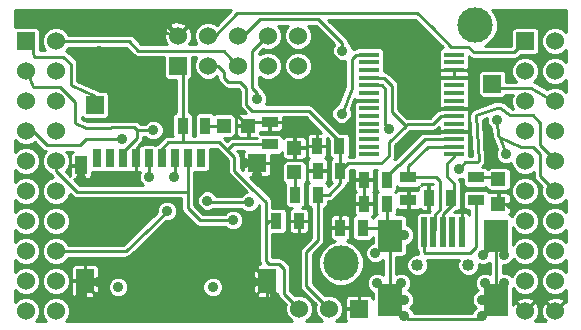
<source format=gtl>
G04 (created by PCBNEW (2013-mar-13)-testing) date Птн 21 Фев 2014 13:06:26*
%MOIN*%
G04 Gerber Fmt 3.4, Leading zero omitted, Abs format*
%FSLAX34Y34*%
G01*
G70*
G90*
G04 APERTURE LIST*
%ADD10C,0.005906*%
%ADD11R,0.035000X0.055000*%
%ADD12R,0.055000X0.035000*%
%ADD13R,0.065000X0.016000*%
%ADD14R,0.060000X0.060000*%
%ADD15C,0.060000*%
%ADD16C,0.118110*%
%ADD17R,0.047200X0.047200*%
%ADD18R,0.020000X0.100000*%
%ADD19R,0.078740X0.110000*%
%ADD20C,0.040000*%
%ADD21R,0.030000X0.060000*%
%ADD22R,0.040000X0.060000*%
%ADD23R,0.060000X0.080000*%
%ADD24C,0.035000*%
%ADD25C,0.010000*%
%ADD26C,0.009843*%
G04 APERTURE END LIST*
G54D10*
G54D11*
X81275Y-66400D03*
X82025Y-66400D03*
G54D12*
X82750Y-66275D03*
X82750Y-65525D03*
G54D11*
X83425Y-66200D03*
X84175Y-66200D03*
X80475Y-65300D03*
X79725Y-65300D03*
X79700Y-64475D03*
X80450Y-64475D03*
X81275Y-65600D03*
X82025Y-65600D03*
X81225Y-67200D03*
X80475Y-67200D03*
G54D12*
X85000Y-66275D03*
X85000Y-65525D03*
G54D11*
X78975Y-66100D03*
X79725Y-66100D03*
G54D13*
X81433Y-62972D03*
X81433Y-63228D03*
X81433Y-63484D03*
X81433Y-63740D03*
X84267Y-62204D03*
X81433Y-62204D03*
X81433Y-62460D03*
X81433Y-62716D03*
X84267Y-63996D03*
X84267Y-63740D03*
X84267Y-63484D03*
X84267Y-63228D03*
X84267Y-62972D03*
X84267Y-62716D03*
X81433Y-63996D03*
X84267Y-62460D03*
X84267Y-61948D03*
X84267Y-61693D03*
X84267Y-61437D03*
X81433Y-61437D03*
X81433Y-61693D03*
X81433Y-61948D03*
X81433Y-64252D03*
X81433Y-64507D03*
X81433Y-64763D03*
X84267Y-64763D03*
X84267Y-64507D03*
X84267Y-64252D03*
G54D11*
X75225Y-63800D03*
X75975Y-63800D03*
G54D14*
X81100Y-69900D03*
G54D15*
X80100Y-69900D03*
X79100Y-69900D03*
G54D14*
X85550Y-62400D03*
X72300Y-63100D03*
G54D11*
X79100Y-66975D03*
X78350Y-66975D03*
G54D12*
X78125Y-64425D03*
X78125Y-63675D03*
G54D16*
X80500Y-68375D03*
X84975Y-60450D03*
G54D17*
X85750Y-65587D03*
X85750Y-66413D03*
X78950Y-65363D03*
X78950Y-64537D03*
X76587Y-63800D03*
X77413Y-63800D03*
G54D18*
X83270Y-67350D03*
X83585Y-67350D03*
X83900Y-67350D03*
X84214Y-67350D03*
X84529Y-67350D03*
G54D19*
X82128Y-69631D03*
X85671Y-69631D03*
X82128Y-67465D03*
X85671Y-67465D03*
G54D20*
X83050Y-68450D03*
X84750Y-68450D03*
G54D21*
X75832Y-64890D03*
X75399Y-64890D03*
X74966Y-64890D03*
X74533Y-64890D03*
X74100Y-64890D03*
X73666Y-64890D03*
X73233Y-64890D03*
X72800Y-64890D03*
X72367Y-64890D03*
G54D22*
X71837Y-65126D03*
G54D23*
X71974Y-68973D03*
X78037Y-68973D03*
G54D14*
X77714Y-65044D03*
G54D24*
X73076Y-69181D03*
X76225Y-69181D03*
G54D14*
X75060Y-61800D03*
G54D15*
X75060Y-60800D03*
X76060Y-61800D03*
X76060Y-60800D03*
X77060Y-61800D03*
X77060Y-60800D03*
X78060Y-61800D03*
X78060Y-60800D03*
X79060Y-61800D03*
X79060Y-60800D03*
G54D14*
X70000Y-60984D03*
G54D15*
X71000Y-60984D03*
X70000Y-61984D03*
X71000Y-61984D03*
X70000Y-62984D03*
X71000Y-62984D03*
X70000Y-63984D03*
X71000Y-63984D03*
X70000Y-64984D03*
X71000Y-64984D03*
X70000Y-65984D03*
X71000Y-65984D03*
X70000Y-66984D03*
X71000Y-66984D03*
X70000Y-67984D03*
X71000Y-67984D03*
X70000Y-68984D03*
X71000Y-68984D03*
X70000Y-69984D03*
X71000Y-69984D03*
G54D14*
X86650Y-60984D03*
G54D15*
X87650Y-60984D03*
X86650Y-61984D03*
X87650Y-61984D03*
X86650Y-62984D03*
X87650Y-62984D03*
X86650Y-63984D03*
X87650Y-63984D03*
X86650Y-64984D03*
X87650Y-64984D03*
X86650Y-65984D03*
X87650Y-65984D03*
X86650Y-66984D03*
X87650Y-66984D03*
X86650Y-67984D03*
X87650Y-67984D03*
X86650Y-68984D03*
X87650Y-68984D03*
X86650Y-69984D03*
X87650Y-69984D03*
G54D24*
X73200Y-64250D03*
X80550Y-61300D03*
X85700Y-63600D03*
X86000Y-64750D03*
X76900Y-66950D03*
X74250Y-63950D03*
X77700Y-62900D03*
X74950Y-65500D03*
X74100Y-65500D03*
X80520Y-63400D03*
X74700Y-66650D03*
X82100Y-63900D03*
X84425Y-65250D03*
X76050Y-66300D03*
X77450Y-66350D03*
X82480Y-64620D03*
X80720Y-63860D03*
X72400Y-69500D03*
X77600Y-69500D03*
X77600Y-68500D03*
X71850Y-65550D03*
X77300Y-65050D03*
X77700Y-65450D03*
X71800Y-69500D03*
X72400Y-69000D03*
X77600Y-69000D03*
X78300Y-69500D03*
X83880Y-69880D03*
X87150Y-66500D03*
X74675Y-62975D03*
X77100Y-68200D03*
X78400Y-67600D03*
X72500Y-60550D03*
X72450Y-61300D03*
X76150Y-62975D03*
X85200Y-70150D03*
X85200Y-69600D03*
X81700Y-69050D03*
X82500Y-69050D03*
X82600Y-69600D03*
X82600Y-70150D03*
X82600Y-67450D03*
X85250Y-68100D03*
X85950Y-69050D03*
X85300Y-69050D03*
X85950Y-68100D03*
X81650Y-68050D03*
G54D25*
X78000Y-67900D02*
X78000Y-68300D01*
X78000Y-67075D02*
X78000Y-67900D01*
X78600Y-69400D02*
X79100Y-69900D01*
X78600Y-68575D02*
X78600Y-69400D01*
X78425Y-68400D02*
X78600Y-68575D01*
X78100Y-68400D02*
X78425Y-68400D01*
X78000Y-68300D02*
X78100Y-68400D01*
X78125Y-64425D02*
X76900Y-64425D01*
X76900Y-64425D02*
X76712Y-64612D01*
X78350Y-66975D02*
X78100Y-66975D01*
X78100Y-66975D02*
X78000Y-67075D01*
X75225Y-63800D02*
X75225Y-61975D01*
X75225Y-61975D02*
X75050Y-61800D01*
X75225Y-63800D02*
X75225Y-64350D01*
X75225Y-64350D02*
X75250Y-64350D01*
X75025Y-64350D02*
X74750Y-64350D01*
X75050Y-64350D02*
X75250Y-64350D01*
X75025Y-64350D02*
X75050Y-64350D01*
X74750Y-64350D02*
X74533Y-64566D01*
X74533Y-64566D02*
X74533Y-64900D01*
X76950Y-64850D02*
X76950Y-65300D01*
X76950Y-65300D02*
X77550Y-65900D01*
X77550Y-65900D02*
X78000Y-66350D01*
X78000Y-66350D02*
X78000Y-67075D01*
X75250Y-64350D02*
X76450Y-64350D01*
X76450Y-64350D02*
X76712Y-64612D01*
X76712Y-64612D02*
X76950Y-64850D01*
X81433Y-62204D02*
X81924Y-62204D01*
X82200Y-63340D02*
X82660Y-63800D01*
X82200Y-62480D02*
X82200Y-63340D01*
X81924Y-62204D02*
X82200Y-62480D01*
X82100Y-64800D02*
X82100Y-64360D01*
X82100Y-64800D02*
X81850Y-65050D01*
X81850Y-65050D02*
X80725Y-65050D01*
X80475Y-65300D02*
X80725Y-65050D01*
X83836Y-63484D02*
X84267Y-63484D01*
X83560Y-63760D02*
X83836Y-63484D01*
X82700Y-63760D02*
X83560Y-63760D01*
X82100Y-64360D02*
X82660Y-63800D01*
X82660Y-63800D02*
X82700Y-63760D01*
X78200Y-63300D02*
X79420Y-63300D01*
X76400Y-61800D02*
X76600Y-62000D01*
X76600Y-62000D02*
X76600Y-62200D01*
X76600Y-62200D02*
X76750Y-62350D01*
X76750Y-62350D02*
X77150Y-62350D01*
X77150Y-62350D02*
X77350Y-62550D01*
X77350Y-62550D02*
X77350Y-63100D01*
X77350Y-63100D02*
X77550Y-63300D01*
X77550Y-63300D02*
X77850Y-63300D01*
X78200Y-63300D02*
X78000Y-63300D01*
X78000Y-63300D02*
X77850Y-63300D01*
X76050Y-61800D02*
X76400Y-61800D01*
X80450Y-64330D02*
X80450Y-64475D01*
X79420Y-63300D02*
X80450Y-64330D01*
X79725Y-66100D02*
X79725Y-67625D01*
X79350Y-69150D02*
X80100Y-69900D01*
X79350Y-68000D02*
X79350Y-69150D01*
X79725Y-67625D02*
X79350Y-68000D01*
X80475Y-65300D02*
X80475Y-64500D01*
X80475Y-64500D02*
X80450Y-64475D01*
X79725Y-66100D02*
X80100Y-66100D01*
X80475Y-65725D02*
X80475Y-65300D01*
X80100Y-66100D02*
X80475Y-65725D01*
X70000Y-60984D02*
X70184Y-60984D01*
X72300Y-62800D02*
X72300Y-63100D01*
X71500Y-62450D02*
X72300Y-62800D01*
X71500Y-61750D02*
X71500Y-62450D01*
X71250Y-61500D02*
X71500Y-61750D01*
X70275Y-61500D02*
X71250Y-61500D01*
X70184Y-60984D02*
X70275Y-61500D01*
X83050Y-60050D02*
X83525Y-60525D01*
X83525Y-60525D02*
X84175Y-61175D01*
X84175Y-61175D02*
X84750Y-61175D01*
X84750Y-61175D02*
X84925Y-61350D01*
X84925Y-61350D02*
X86284Y-61350D01*
X86284Y-61350D02*
X86650Y-60984D01*
X76300Y-60800D02*
X77050Y-60050D01*
X77050Y-60050D02*
X83050Y-60050D01*
X76050Y-60800D02*
X76300Y-60800D01*
X76300Y-60850D02*
X76050Y-60850D01*
X71000Y-60984D02*
X73434Y-60984D01*
X76600Y-61300D02*
X77050Y-61800D01*
X73750Y-61300D02*
X76600Y-61300D01*
X73434Y-60984D02*
X73750Y-61300D01*
X70234Y-63984D02*
X70700Y-64450D01*
X70700Y-64450D02*
X71800Y-64450D01*
X71800Y-64450D02*
X72000Y-64250D01*
X70000Y-63984D02*
X70234Y-63984D01*
X72000Y-64250D02*
X73200Y-64250D01*
X79300Y-60250D02*
X79750Y-60250D01*
X77250Y-60800D02*
X77800Y-60250D01*
X77800Y-60250D02*
X79300Y-60250D01*
X77050Y-60800D02*
X77250Y-60800D01*
X80550Y-61050D02*
X80550Y-61300D01*
X79750Y-60250D02*
X80550Y-61050D01*
X80451Y-61300D02*
X80550Y-61300D01*
X85700Y-63600D02*
X85750Y-64150D01*
X86000Y-64750D02*
X85800Y-64200D01*
X85775Y-64175D02*
X86500Y-64500D01*
X86900Y-64500D02*
X87150Y-64750D01*
X87150Y-64750D02*
X87150Y-65484D01*
X87150Y-65484D02*
X87650Y-65984D01*
X86500Y-64500D02*
X86900Y-64500D01*
X75399Y-65999D02*
X75399Y-66549D01*
X75800Y-66950D02*
X76900Y-66950D01*
X75399Y-66549D02*
X75800Y-66950D01*
X71000Y-64984D02*
X71000Y-65300D01*
X71699Y-65999D02*
X75399Y-65999D01*
X75399Y-64900D02*
X75399Y-65999D01*
X71000Y-65300D02*
X71699Y-65999D01*
X84267Y-64763D02*
X84267Y-64833D01*
X84275Y-65725D02*
X84275Y-66200D01*
X84050Y-65500D02*
X84275Y-65725D01*
X84050Y-65050D02*
X84050Y-65500D01*
X84267Y-64833D02*
X84050Y-65050D01*
X84275Y-66200D02*
X84275Y-66379D01*
X83900Y-66754D02*
X83900Y-67350D01*
X84275Y-66379D02*
X83900Y-66754D01*
X82750Y-65525D02*
X83675Y-65525D01*
X83650Y-67285D02*
X83585Y-67350D01*
X83650Y-66750D02*
X83650Y-67285D01*
X83800Y-66600D02*
X83650Y-66750D01*
X83800Y-65650D02*
X83800Y-66600D01*
X83675Y-65525D02*
X83800Y-65650D01*
X82750Y-65525D02*
X82750Y-65150D01*
X83393Y-64507D02*
X84267Y-64507D01*
X82750Y-65150D02*
X83393Y-64507D01*
X73800Y-63950D02*
X73700Y-63950D01*
X74250Y-63950D02*
X73800Y-63950D01*
X71650Y-63000D02*
X71650Y-63719D01*
X71150Y-62500D02*
X71650Y-63000D01*
X70225Y-62500D02*
X71150Y-62500D01*
X70034Y-61984D02*
X70225Y-62500D01*
X73600Y-63850D02*
X73700Y-63950D01*
X72950Y-63850D02*
X73600Y-63850D01*
X72730Y-63869D02*
X72950Y-63850D01*
X72000Y-63869D02*
X72730Y-63869D01*
X71650Y-63719D02*
X72000Y-63869D01*
X73233Y-64900D02*
X73233Y-64666D01*
X73700Y-64200D02*
X73700Y-63950D01*
X73233Y-64666D02*
X73700Y-64200D01*
X77700Y-62900D02*
X77700Y-62700D01*
X77550Y-61300D02*
X78050Y-60800D01*
X77550Y-62550D02*
X77550Y-61300D01*
X77700Y-62700D02*
X77550Y-62550D01*
X74966Y-65262D02*
X74950Y-65500D01*
X74966Y-65200D02*
X74966Y-65262D01*
X74966Y-65150D02*
X74966Y-65200D01*
X74966Y-64900D02*
X74966Y-65150D01*
X74100Y-64900D02*
X74100Y-65150D01*
X74100Y-65150D02*
X74100Y-65200D01*
X74100Y-65200D02*
X74100Y-65262D01*
X74100Y-65262D02*
X74100Y-65500D01*
X81433Y-61437D02*
X81003Y-61437D01*
X80860Y-62540D02*
X80520Y-63400D01*
X80860Y-61580D02*
X80860Y-62540D01*
X81003Y-61437D02*
X80860Y-61580D01*
X71000Y-67984D02*
X73334Y-67984D01*
X73334Y-67984D02*
X74700Y-66668D01*
X81433Y-62460D02*
X81860Y-62460D01*
X81980Y-63780D02*
X82100Y-63900D01*
X81980Y-62580D02*
X81980Y-63780D01*
X81860Y-62460D02*
X81980Y-62580D01*
X85000Y-63450D02*
X85100Y-64975D01*
X85100Y-64975D02*
X85050Y-65025D01*
X85050Y-65025D02*
X84650Y-65025D01*
X84650Y-65025D02*
X84425Y-65250D01*
X77450Y-66350D02*
X76100Y-66350D01*
X85800Y-63200D02*
X86150Y-63450D01*
X86150Y-63450D02*
X86900Y-63450D01*
X85700Y-63200D02*
X85000Y-63450D01*
X87150Y-63700D02*
X86900Y-63450D01*
X87150Y-64450D02*
X87150Y-63700D01*
X87650Y-64950D02*
X87150Y-64450D01*
X85700Y-63200D02*
X85800Y-63200D01*
X84267Y-63996D02*
X83104Y-63996D01*
X83104Y-63996D02*
X82480Y-64620D01*
X81433Y-62972D02*
X81008Y-62972D01*
X80900Y-63680D02*
X80720Y-63860D01*
X80900Y-63080D02*
X80900Y-63680D01*
X81008Y-62972D02*
X80900Y-63080D01*
X71974Y-68983D02*
X71974Y-69074D01*
X71974Y-69074D02*
X72400Y-69500D01*
X78037Y-68983D02*
X78037Y-69062D01*
X78037Y-69062D02*
X77600Y-69500D01*
X78037Y-68983D02*
X78037Y-68937D01*
X78037Y-68937D02*
X77600Y-68500D01*
X71837Y-65136D02*
X71837Y-65537D01*
X71837Y-65537D02*
X71850Y-65550D01*
X77714Y-65054D02*
X77304Y-65054D01*
X77304Y-65054D02*
X77300Y-65050D01*
X77714Y-65054D02*
X77714Y-65435D01*
X77714Y-65435D02*
X77700Y-65450D01*
X71974Y-68983D02*
X71974Y-69325D01*
X71974Y-69325D02*
X71800Y-69500D01*
X71974Y-68983D02*
X72383Y-68983D01*
X72383Y-68983D02*
X72400Y-69000D01*
X78037Y-68983D02*
X77616Y-68983D01*
X77616Y-68983D02*
X77600Y-69000D01*
X78037Y-68983D02*
X78037Y-69237D01*
X78037Y-69237D02*
X78300Y-69500D01*
X73666Y-64900D02*
X73666Y-64583D01*
X73666Y-64583D02*
X73850Y-64400D01*
X85750Y-66413D02*
X86013Y-66413D01*
X86100Y-66500D02*
X87150Y-66500D01*
X86013Y-66413D02*
X86100Y-66500D01*
X73150Y-62700D02*
X74400Y-62700D01*
X74400Y-62700D02*
X74675Y-62975D01*
X78125Y-63675D02*
X77538Y-63675D01*
X77538Y-63675D02*
X77413Y-63800D01*
X78400Y-67600D02*
X79050Y-67600D01*
X77100Y-68150D02*
X77100Y-68200D01*
X79100Y-67550D02*
X79100Y-66975D01*
X79050Y-67600D02*
X79100Y-67550D01*
X72650Y-61500D02*
X72450Y-61300D01*
X73150Y-62700D02*
X72650Y-62200D01*
X75050Y-60800D02*
X74050Y-60500D01*
X72550Y-60500D02*
X74050Y-60500D01*
X72500Y-60550D02*
X72550Y-60500D01*
X72650Y-62200D02*
X72650Y-61500D01*
X76813Y-63200D02*
X77413Y-63800D01*
X76150Y-62975D02*
X76375Y-63200D01*
X76375Y-63200D02*
X76813Y-63200D01*
X85000Y-66275D02*
X85000Y-67850D01*
X83270Y-68020D02*
X83270Y-67350D01*
X83300Y-68050D02*
X83270Y-68020D01*
X84800Y-68050D02*
X83300Y-68050D01*
X85000Y-67850D02*
X84800Y-68050D01*
X85671Y-67465D02*
X85671Y-69631D01*
X85671Y-69631D02*
X85400Y-69902D01*
X82747Y-70250D02*
X82128Y-69631D01*
X85100Y-70250D02*
X82747Y-70250D01*
X85400Y-69950D02*
X85100Y-70250D01*
X85400Y-69902D02*
X85400Y-69950D01*
X82128Y-69631D02*
X82128Y-67465D01*
X85671Y-69631D02*
X85671Y-69678D01*
X85671Y-69678D02*
X85200Y-70150D01*
X85671Y-69631D02*
X85231Y-69631D01*
X85231Y-69631D02*
X85200Y-69600D01*
X82128Y-69631D02*
X82128Y-69478D01*
X82128Y-69478D02*
X81700Y-69050D01*
X82128Y-69631D02*
X82128Y-69421D01*
X82128Y-69421D02*
X82500Y-69050D01*
X82128Y-69631D02*
X82568Y-69631D01*
X82568Y-69631D02*
X82600Y-69600D01*
X82128Y-69631D02*
X82128Y-69678D01*
X82128Y-69678D02*
X82600Y-70150D01*
X82128Y-67465D02*
X82584Y-67465D01*
X82584Y-67465D02*
X82600Y-67450D01*
X85671Y-67465D02*
X85671Y-67678D01*
X85671Y-67678D02*
X85250Y-68100D01*
X85671Y-69631D02*
X85671Y-69328D01*
X85671Y-69328D02*
X85950Y-69050D01*
X85671Y-69631D02*
X85671Y-69421D01*
X85671Y-69421D02*
X85300Y-69050D01*
X85671Y-67465D02*
X85671Y-67821D01*
X85671Y-67821D02*
X85950Y-68100D01*
X82128Y-67465D02*
X82128Y-67571D01*
X82128Y-67571D02*
X81650Y-68050D01*
X81225Y-67200D02*
X81862Y-67200D01*
X81862Y-67200D02*
X82128Y-67465D01*
X82025Y-66350D02*
X82025Y-67362D01*
X82025Y-67362D02*
X82128Y-67465D01*
X85688Y-65525D02*
X85750Y-65587D01*
X85000Y-65525D02*
X85688Y-65525D01*
X76587Y-63800D02*
X75975Y-63800D01*
X78975Y-66100D02*
X78975Y-65388D01*
X78975Y-65388D02*
X78950Y-65363D01*
X85550Y-62400D02*
X85700Y-62550D01*
X85700Y-62550D02*
X86850Y-62550D01*
X86850Y-62550D02*
X87650Y-63000D01*
X82450Y-65100D02*
X82400Y-65100D01*
X83298Y-64252D02*
X82450Y-65100D01*
X84267Y-64252D02*
X83298Y-64252D01*
X82025Y-65475D02*
X82025Y-65600D01*
X82400Y-65100D02*
X82025Y-65475D01*
G54D10*
G36*
X73897Y-65781D02*
X71789Y-65781D01*
X71598Y-65590D01*
X71604Y-65593D01*
X71671Y-65593D01*
X71786Y-65593D01*
X71827Y-65551D01*
X71827Y-65136D01*
X71512Y-65136D01*
X71470Y-65177D01*
X71470Y-65459D01*
X71473Y-65465D01*
X71326Y-65318D01*
X71395Y-65249D01*
X71467Y-65077D01*
X71467Y-64891D01*
X71396Y-64719D01*
X71344Y-64667D01*
X71584Y-64667D01*
X71543Y-64684D01*
X71495Y-64731D01*
X71470Y-64792D01*
X71470Y-65074D01*
X71512Y-65116D01*
X71827Y-65116D01*
X71827Y-65108D01*
X71847Y-65108D01*
X71847Y-65116D01*
X71855Y-65116D01*
X71855Y-65136D01*
X71847Y-65136D01*
X71847Y-65551D01*
X71889Y-65593D01*
X72004Y-65593D01*
X72071Y-65593D01*
X72132Y-65568D01*
X72179Y-65521D01*
X72205Y-65459D01*
X72205Y-65357D01*
X72250Y-65357D01*
X72550Y-65357D01*
X72584Y-65343D01*
X72617Y-65357D01*
X72684Y-65357D01*
X72984Y-65357D01*
X73017Y-65343D01*
X73050Y-65357D01*
X73117Y-65357D01*
X73417Y-65357D01*
X73450Y-65343D01*
X73483Y-65357D01*
X73550Y-65357D01*
X73615Y-65357D01*
X73657Y-65315D01*
X73657Y-64899D01*
X73649Y-64899D01*
X73649Y-64880D01*
X73657Y-64880D01*
X73657Y-64872D01*
X73676Y-64872D01*
X73676Y-64880D01*
X73684Y-64880D01*
X73684Y-64899D01*
X73676Y-64899D01*
X73676Y-65315D01*
X73718Y-65357D01*
X73783Y-65357D01*
X73788Y-65357D01*
X73757Y-65431D01*
X73757Y-65567D01*
X73809Y-65693D01*
X73897Y-65781D01*
X73897Y-65781D01*
G37*
G54D26*
X73897Y-65781D02*
X71789Y-65781D01*
X71598Y-65590D01*
X71604Y-65593D01*
X71671Y-65593D01*
X71786Y-65593D01*
X71827Y-65551D01*
X71827Y-65136D01*
X71512Y-65136D01*
X71470Y-65177D01*
X71470Y-65459D01*
X71473Y-65465D01*
X71326Y-65318D01*
X71395Y-65249D01*
X71467Y-65077D01*
X71467Y-64891D01*
X71396Y-64719D01*
X71344Y-64667D01*
X71584Y-64667D01*
X71543Y-64684D01*
X71495Y-64731D01*
X71470Y-64792D01*
X71470Y-65074D01*
X71512Y-65116D01*
X71827Y-65116D01*
X71827Y-65108D01*
X71847Y-65108D01*
X71847Y-65116D01*
X71855Y-65116D01*
X71855Y-65136D01*
X71847Y-65136D01*
X71847Y-65551D01*
X71889Y-65593D01*
X72004Y-65593D01*
X72071Y-65593D01*
X72132Y-65568D01*
X72179Y-65521D01*
X72205Y-65459D01*
X72205Y-65357D01*
X72250Y-65357D01*
X72550Y-65357D01*
X72584Y-65343D01*
X72617Y-65357D01*
X72684Y-65357D01*
X72984Y-65357D01*
X73017Y-65343D01*
X73050Y-65357D01*
X73117Y-65357D01*
X73417Y-65357D01*
X73450Y-65343D01*
X73483Y-65357D01*
X73550Y-65357D01*
X73615Y-65357D01*
X73657Y-65315D01*
X73657Y-64899D01*
X73649Y-64899D01*
X73649Y-64880D01*
X73657Y-64880D01*
X73657Y-64872D01*
X73676Y-64872D01*
X73676Y-64880D01*
X73684Y-64880D01*
X73684Y-64899D01*
X73676Y-64899D01*
X73676Y-65315D01*
X73718Y-65357D01*
X73783Y-65357D01*
X73788Y-65357D01*
X73757Y-65431D01*
X73757Y-65567D01*
X73809Y-65693D01*
X73897Y-65781D01*
G54D10*
G36*
X75007Y-63361D02*
X74955Y-63383D01*
X74908Y-63430D01*
X74882Y-63491D01*
X74882Y-63558D01*
X74882Y-64108D01*
X74892Y-64132D01*
X74750Y-64132D01*
X74666Y-64149D01*
X74596Y-64196D01*
X74379Y-64413D01*
X74373Y-64422D01*
X74349Y-64422D01*
X74316Y-64436D01*
X74283Y-64422D01*
X74216Y-64422D01*
X73916Y-64422D01*
X73883Y-64436D01*
X73850Y-64422D01*
X73784Y-64422D01*
X73853Y-64353D01*
X73900Y-64283D01*
X73900Y-64283D01*
X73917Y-64200D01*
X73917Y-64167D01*
X73983Y-64167D01*
X74055Y-64240D01*
X74181Y-64292D01*
X74317Y-64292D01*
X74443Y-64240D01*
X74540Y-64144D01*
X74592Y-64018D01*
X74592Y-63882D01*
X74540Y-63756D01*
X74444Y-63659D01*
X74318Y-63607D01*
X74182Y-63607D01*
X74056Y-63659D01*
X73983Y-63732D01*
X73800Y-63732D01*
X73790Y-63732D01*
X73753Y-63696D01*
X73683Y-63649D01*
X73600Y-63632D01*
X72950Y-63632D01*
X72940Y-63634D01*
X72930Y-63633D01*
X72720Y-63652D01*
X72044Y-63652D01*
X71867Y-63576D01*
X71867Y-63503D01*
X71905Y-63541D01*
X71966Y-63567D01*
X72033Y-63567D01*
X72633Y-63567D01*
X72694Y-63541D01*
X72741Y-63494D01*
X72767Y-63433D01*
X72767Y-63366D01*
X72767Y-62766D01*
X72741Y-62705D01*
X72694Y-62658D01*
X72633Y-62632D01*
X72566Y-62632D01*
X72433Y-62632D01*
X72420Y-62623D01*
X72387Y-62600D01*
X71717Y-62307D01*
X71717Y-61750D01*
X71700Y-61666D01*
X71700Y-61666D01*
X71653Y-61596D01*
X71403Y-61346D01*
X71340Y-61304D01*
X71395Y-61249D01*
X71415Y-61201D01*
X73343Y-61201D01*
X73596Y-61453D01*
X73666Y-61500D01*
X73666Y-61500D01*
X73750Y-61517D01*
X74592Y-61517D01*
X74592Y-61533D01*
X74592Y-62133D01*
X74618Y-62194D01*
X74665Y-62241D01*
X74726Y-62267D01*
X74793Y-62267D01*
X75007Y-62267D01*
X75007Y-63361D01*
X75007Y-63361D01*
G37*
G54D26*
X75007Y-63361D02*
X74955Y-63383D01*
X74908Y-63430D01*
X74882Y-63491D01*
X74882Y-63558D01*
X74882Y-64108D01*
X74892Y-64132D01*
X74750Y-64132D01*
X74666Y-64149D01*
X74596Y-64196D01*
X74379Y-64413D01*
X74373Y-64422D01*
X74349Y-64422D01*
X74316Y-64436D01*
X74283Y-64422D01*
X74216Y-64422D01*
X73916Y-64422D01*
X73883Y-64436D01*
X73850Y-64422D01*
X73784Y-64422D01*
X73853Y-64353D01*
X73900Y-64283D01*
X73900Y-64283D01*
X73917Y-64200D01*
X73917Y-64167D01*
X73983Y-64167D01*
X74055Y-64240D01*
X74181Y-64292D01*
X74317Y-64292D01*
X74443Y-64240D01*
X74540Y-64144D01*
X74592Y-64018D01*
X74592Y-63882D01*
X74540Y-63756D01*
X74444Y-63659D01*
X74318Y-63607D01*
X74182Y-63607D01*
X74056Y-63659D01*
X73983Y-63732D01*
X73800Y-63732D01*
X73790Y-63732D01*
X73753Y-63696D01*
X73683Y-63649D01*
X73600Y-63632D01*
X72950Y-63632D01*
X72940Y-63634D01*
X72930Y-63633D01*
X72720Y-63652D01*
X72044Y-63652D01*
X71867Y-63576D01*
X71867Y-63503D01*
X71905Y-63541D01*
X71966Y-63567D01*
X72033Y-63567D01*
X72633Y-63567D01*
X72694Y-63541D01*
X72741Y-63494D01*
X72767Y-63433D01*
X72767Y-63366D01*
X72767Y-62766D01*
X72741Y-62705D01*
X72694Y-62658D01*
X72633Y-62632D01*
X72566Y-62632D01*
X72433Y-62632D01*
X72420Y-62623D01*
X72387Y-62600D01*
X71717Y-62307D01*
X71717Y-61750D01*
X71700Y-61666D01*
X71700Y-61666D01*
X71653Y-61596D01*
X71403Y-61346D01*
X71340Y-61304D01*
X71395Y-61249D01*
X71415Y-61201D01*
X73343Y-61201D01*
X73596Y-61453D01*
X73666Y-61500D01*
X73666Y-61500D01*
X73750Y-61517D01*
X74592Y-61517D01*
X74592Y-61533D01*
X74592Y-62133D01*
X74618Y-62194D01*
X74665Y-62241D01*
X74726Y-62267D01*
X74793Y-62267D01*
X75007Y-62267D01*
X75007Y-63361D01*
G54D10*
G36*
X76845Y-59946D02*
X76356Y-60435D01*
X76325Y-60404D01*
X76153Y-60332D01*
X75967Y-60332D01*
X75795Y-60403D01*
X75664Y-60534D01*
X75592Y-60706D01*
X75592Y-60892D01*
X75663Y-61064D01*
X75681Y-61082D01*
X75422Y-61082D01*
X75451Y-61072D01*
X75525Y-60901D01*
X75528Y-60715D01*
X75461Y-60542D01*
X75451Y-60527D01*
X75374Y-60499D01*
X75360Y-60513D01*
X75360Y-60485D01*
X75332Y-60408D01*
X75161Y-60334D01*
X74975Y-60331D01*
X74802Y-60398D01*
X74787Y-60408D01*
X74759Y-60485D01*
X75060Y-60786D01*
X75360Y-60485D01*
X75360Y-60513D01*
X75073Y-60800D01*
X75079Y-60805D01*
X75065Y-60819D01*
X75060Y-60813D01*
X75054Y-60819D01*
X75040Y-60805D01*
X75046Y-60800D01*
X74745Y-60499D01*
X74668Y-60527D01*
X74594Y-60698D01*
X74591Y-60884D01*
X74658Y-61057D01*
X74668Y-61072D01*
X74697Y-61082D01*
X73840Y-61082D01*
X73587Y-60830D01*
X73517Y-60783D01*
X73434Y-60766D01*
X71415Y-60766D01*
X71396Y-60719D01*
X71265Y-60588D01*
X71093Y-60516D01*
X70907Y-60516D01*
X70735Y-60587D01*
X70604Y-60718D01*
X70532Y-60890D01*
X70532Y-61076D01*
X70603Y-61248D01*
X70637Y-61282D01*
X70467Y-61282D01*
X70467Y-61250D01*
X70467Y-60650D01*
X70441Y-60589D01*
X70394Y-60542D01*
X70333Y-60516D01*
X70266Y-60516D01*
X69666Y-60516D01*
X69646Y-60524D01*
X69646Y-59946D01*
X76845Y-59946D01*
X76845Y-59946D01*
G37*
G54D26*
X76845Y-59946D02*
X76356Y-60435D01*
X76325Y-60404D01*
X76153Y-60332D01*
X75967Y-60332D01*
X75795Y-60403D01*
X75664Y-60534D01*
X75592Y-60706D01*
X75592Y-60892D01*
X75663Y-61064D01*
X75681Y-61082D01*
X75422Y-61082D01*
X75451Y-61072D01*
X75525Y-60901D01*
X75528Y-60715D01*
X75461Y-60542D01*
X75451Y-60527D01*
X75374Y-60499D01*
X75360Y-60513D01*
X75360Y-60485D01*
X75332Y-60408D01*
X75161Y-60334D01*
X74975Y-60331D01*
X74802Y-60398D01*
X74787Y-60408D01*
X74759Y-60485D01*
X75060Y-60786D01*
X75360Y-60485D01*
X75360Y-60513D01*
X75073Y-60800D01*
X75079Y-60805D01*
X75065Y-60819D01*
X75060Y-60813D01*
X75054Y-60819D01*
X75040Y-60805D01*
X75046Y-60800D01*
X74745Y-60499D01*
X74668Y-60527D01*
X74594Y-60698D01*
X74591Y-60884D01*
X74658Y-61057D01*
X74668Y-61072D01*
X74697Y-61082D01*
X73840Y-61082D01*
X73587Y-60830D01*
X73517Y-60783D01*
X73434Y-60766D01*
X71415Y-60766D01*
X71396Y-60719D01*
X71265Y-60588D01*
X71093Y-60516D01*
X70907Y-60516D01*
X70735Y-60587D01*
X70604Y-60718D01*
X70532Y-60890D01*
X70532Y-61076D01*
X70603Y-61248D01*
X70637Y-61282D01*
X70467Y-61282D01*
X70467Y-61250D01*
X70467Y-60650D01*
X70441Y-60589D01*
X70394Y-60542D01*
X70333Y-60516D01*
X70266Y-60516D01*
X69666Y-60516D01*
X69646Y-60524D01*
X69646Y-59946D01*
X76845Y-59946D01*
G54D10*
G36*
X77689Y-64200D02*
X77686Y-64207D01*
X77403Y-64207D01*
X77403Y-64161D01*
X77403Y-63809D01*
X77051Y-63809D01*
X77009Y-63851D01*
X77009Y-64002D01*
X77009Y-64069D01*
X77035Y-64130D01*
X77082Y-64177D01*
X77143Y-64203D01*
X77361Y-64203D01*
X77403Y-64161D01*
X77403Y-64207D01*
X76900Y-64207D01*
X76816Y-64224D01*
X76746Y-64271D01*
X76712Y-64305D01*
X76610Y-64203D01*
X76856Y-64203D01*
X76917Y-64177D01*
X76964Y-64130D01*
X76990Y-64069D01*
X76990Y-64002D01*
X76990Y-63530D01*
X76964Y-63469D01*
X76917Y-63422D01*
X76856Y-63396D01*
X76789Y-63396D01*
X76317Y-63396D01*
X76275Y-63414D01*
X76244Y-63383D01*
X76183Y-63357D01*
X76116Y-63357D01*
X75766Y-63357D01*
X75705Y-63383D01*
X75658Y-63430D01*
X75632Y-63491D01*
X75632Y-63558D01*
X75632Y-64108D01*
X75642Y-64132D01*
X75557Y-64132D01*
X75567Y-64108D01*
X75567Y-64041D01*
X75567Y-63491D01*
X75541Y-63430D01*
X75494Y-63383D01*
X75442Y-63361D01*
X75442Y-62247D01*
X75454Y-62241D01*
X75501Y-62194D01*
X75527Y-62133D01*
X75527Y-62066D01*
X75527Y-61517D01*
X75681Y-61517D01*
X75664Y-61534D01*
X75592Y-61706D01*
X75592Y-61892D01*
X75663Y-62064D01*
X75794Y-62195D01*
X75966Y-62267D01*
X76152Y-62267D01*
X76324Y-62196D01*
X76382Y-62138D01*
X76382Y-62200D01*
X76399Y-62283D01*
X76446Y-62353D01*
X76596Y-62503D01*
X76666Y-62550D01*
X76666Y-62550D01*
X76750Y-62567D01*
X77059Y-62567D01*
X77132Y-62640D01*
X77132Y-63100D01*
X77149Y-63183D01*
X77196Y-63253D01*
X77339Y-63396D01*
X77143Y-63396D01*
X77082Y-63422D01*
X77035Y-63469D01*
X77009Y-63530D01*
X77009Y-63597D01*
X77009Y-63748D01*
X77051Y-63790D01*
X77403Y-63790D01*
X77403Y-63782D01*
X77422Y-63782D01*
X77422Y-63790D01*
X77430Y-63790D01*
X77430Y-63809D01*
X77422Y-63809D01*
X77422Y-64161D01*
X77464Y-64203D01*
X77682Y-64203D01*
X77689Y-64200D01*
X77689Y-64200D01*
G37*
G54D26*
X77689Y-64200D02*
X77686Y-64207D01*
X77403Y-64207D01*
X77403Y-64161D01*
X77403Y-63809D01*
X77051Y-63809D01*
X77009Y-63851D01*
X77009Y-64002D01*
X77009Y-64069D01*
X77035Y-64130D01*
X77082Y-64177D01*
X77143Y-64203D01*
X77361Y-64203D01*
X77403Y-64161D01*
X77403Y-64207D01*
X76900Y-64207D01*
X76816Y-64224D01*
X76746Y-64271D01*
X76712Y-64305D01*
X76610Y-64203D01*
X76856Y-64203D01*
X76917Y-64177D01*
X76964Y-64130D01*
X76990Y-64069D01*
X76990Y-64002D01*
X76990Y-63530D01*
X76964Y-63469D01*
X76917Y-63422D01*
X76856Y-63396D01*
X76789Y-63396D01*
X76317Y-63396D01*
X76275Y-63414D01*
X76244Y-63383D01*
X76183Y-63357D01*
X76116Y-63357D01*
X75766Y-63357D01*
X75705Y-63383D01*
X75658Y-63430D01*
X75632Y-63491D01*
X75632Y-63558D01*
X75632Y-64108D01*
X75642Y-64132D01*
X75557Y-64132D01*
X75567Y-64108D01*
X75567Y-64041D01*
X75567Y-63491D01*
X75541Y-63430D01*
X75494Y-63383D01*
X75442Y-63361D01*
X75442Y-62247D01*
X75454Y-62241D01*
X75501Y-62194D01*
X75527Y-62133D01*
X75527Y-62066D01*
X75527Y-61517D01*
X75681Y-61517D01*
X75664Y-61534D01*
X75592Y-61706D01*
X75592Y-61892D01*
X75663Y-62064D01*
X75794Y-62195D01*
X75966Y-62267D01*
X76152Y-62267D01*
X76324Y-62196D01*
X76382Y-62138D01*
X76382Y-62200D01*
X76399Y-62283D01*
X76446Y-62353D01*
X76596Y-62503D01*
X76666Y-62550D01*
X76666Y-62550D01*
X76750Y-62567D01*
X77059Y-62567D01*
X77132Y-62640D01*
X77132Y-63100D01*
X77149Y-63183D01*
X77196Y-63253D01*
X77339Y-63396D01*
X77143Y-63396D01*
X77082Y-63422D01*
X77035Y-63469D01*
X77009Y-63530D01*
X77009Y-63597D01*
X77009Y-63748D01*
X77051Y-63790D01*
X77403Y-63790D01*
X77403Y-63782D01*
X77422Y-63782D01*
X77422Y-63790D01*
X77430Y-63790D01*
X77430Y-63809D01*
X77422Y-63809D01*
X77422Y-64161D01*
X77464Y-64203D01*
X77682Y-64203D01*
X77689Y-64200D01*
G54D10*
G36*
X78852Y-70303D02*
X78027Y-70303D01*
X78027Y-69499D01*
X78027Y-68983D01*
X77611Y-68983D01*
X77569Y-69025D01*
X77569Y-69407D01*
X77595Y-69468D01*
X77642Y-69515D01*
X77703Y-69541D01*
X77770Y-69541D01*
X77985Y-69541D01*
X78027Y-69499D01*
X78027Y-70303D01*
X76568Y-70303D01*
X76568Y-69113D01*
X76516Y-68987D01*
X76420Y-68891D01*
X76294Y-68839D01*
X76158Y-68838D01*
X76032Y-68890D01*
X75935Y-68987D01*
X75883Y-69112D01*
X75883Y-69249D01*
X75935Y-69374D01*
X76031Y-69471D01*
X76157Y-69523D01*
X76293Y-69523D01*
X76419Y-69471D01*
X76516Y-69375D01*
X76568Y-69249D01*
X76568Y-69113D01*
X76568Y-70303D01*
X75042Y-70303D01*
X75042Y-66582D01*
X74990Y-66456D01*
X74894Y-66359D01*
X74768Y-66307D01*
X74632Y-66307D01*
X74506Y-66359D01*
X74409Y-66455D01*
X74357Y-66581D01*
X74357Y-66696D01*
X73246Y-67766D01*
X71467Y-67766D01*
X71467Y-66891D01*
X71396Y-66719D01*
X71265Y-66588D01*
X71093Y-66516D01*
X70907Y-66516D01*
X70735Y-66587D01*
X70604Y-66718D01*
X70532Y-66890D01*
X70532Y-67076D01*
X70603Y-67248D01*
X70734Y-67379D01*
X70906Y-67451D01*
X71092Y-67451D01*
X71264Y-67380D01*
X71395Y-67249D01*
X71467Y-67077D01*
X71467Y-66891D01*
X71467Y-67766D01*
X71415Y-67766D01*
X71396Y-67719D01*
X71265Y-67588D01*
X71093Y-67516D01*
X70907Y-67516D01*
X70735Y-67587D01*
X70604Y-67718D01*
X70532Y-67890D01*
X70532Y-68076D01*
X70603Y-68248D01*
X70734Y-68379D01*
X70906Y-68451D01*
X71092Y-68451D01*
X71264Y-68380D01*
X71395Y-68249D01*
X71415Y-68201D01*
X73334Y-68201D01*
X73373Y-68193D01*
X73413Y-68186D01*
X73415Y-68185D01*
X73417Y-68184D01*
X73450Y-68162D01*
X73484Y-68140D01*
X74676Y-66992D01*
X74767Y-66992D01*
X74893Y-66940D01*
X74990Y-66844D01*
X75042Y-66718D01*
X75042Y-66582D01*
X75042Y-70303D01*
X73418Y-70303D01*
X73418Y-69113D01*
X73366Y-68987D01*
X73270Y-68891D01*
X73144Y-68839D01*
X73008Y-68838D01*
X72882Y-68890D01*
X72786Y-68987D01*
X72734Y-69112D01*
X72733Y-69249D01*
X72786Y-69374D01*
X72882Y-69471D01*
X73007Y-69523D01*
X73144Y-69523D01*
X73270Y-69471D01*
X73366Y-69375D01*
X73418Y-69249D01*
X73418Y-69113D01*
X73418Y-70303D01*
X72441Y-70303D01*
X72441Y-69407D01*
X72441Y-69025D01*
X72441Y-68922D01*
X72441Y-68540D01*
X72415Y-68479D01*
X72368Y-68432D01*
X72307Y-68406D01*
X72240Y-68406D01*
X72025Y-68406D01*
X71983Y-68448D01*
X71983Y-68964D01*
X72399Y-68964D01*
X72441Y-68922D01*
X72441Y-69025D01*
X72399Y-68983D01*
X71983Y-68983D01*
X71983Y-69499D01*
X72025Y-69541D01*
X72240Y-69541D01*
X72307Y-69541D01*
X72368Y-69515D01*
X72415Y-69468D01*
X72441Y-69407D01*
X72441Y-70303D01*
X71964Y-70303D01*
X71964Y-69499D01*
X71964Y-68983D01*
X71964Y-68964D01*
X71964Y-68448D01*
X71922Y-68406D01*
X71707Y-68406D01*
X71640Y-68406D01*
X71579Y-68432D01*
X71532Y-68479D01*
X71506Y-68540D01*
X71506Y-68922D01*
X71548Y-68964D01*
X71964Y-68964D01*
X71964Y-68983D01*
X71548Y-68983D01*
X71506Y-69025D01*
X71506Y-69407D01*
X71532Y-69468D01*
X71579Y-69515D01*
X71640Y-69541D01*
X71707Y-69541D01*
X71922Y-69541D01*
X71964Y-69499D01*
X71964Y-70303D01*
X71341Y-70303D01*
X71395Y-70249D01*
X71467Y-70077D01*
X71467Y-69891D01*
X71467Y-68891D01*
X71396Y-68719D01*
X71265Y-68588D01*
X71093Y-68516D01*
X70907Y-68516D01*
X70735Y-68587D01*
X70604Y-68718D01*
X70532Y-68890D01*
X70532Y-69076D01*
X70603Y-69248D01*
X70734Y-69379D01*
X70906Y-69451D01*
X71092Y-69451D01*
X71264Y-69380D01*
X71395Y-69249D01*
X71467Y-69077D01*
X71467Y-68891D01*
X71467Y-69891D01*
X71396Y-69719D01*
X71265Y-69588D01*
X71093Y-69516D01*
X70907Y-69516D01*
X70735Y-69587D01*
X70604Y-69718D01*
X70532Y-69890D01*
X70532Y-70076D01*
X70603Y-70248D01*
X70658Y-70303D01*
X70341Y-70303D01*
X70395Y-70249D01*
X70467Y-70077D01*
X70467Y-69891D01*
X70396Y-69719D01*
X70265Y-69588D01*
X70093Y-69516D01*
X69907Y-69516D01*
X69735Y-69587D01*
X69646Y-69676D01*
X69646Y-69291D01*
X69734Y-69379D01*
X69906Y-69451D01*
X70092Y-69451D01*
X70264Y-69380D01*
X70395Y-69249D01*
X70467Y-69077D01*
X70467Y-68891D01*
X70396Y-68719D01*
X70265Y-68588D01*
X70093Y-68516D01*
X69907Y-68516D01*
X69735Y-68587D01*
X69646Y-68676D01*
X69646Y-68291D01*
X69734Y-68379D01*
X69906Y-68451D01*
X70092Y-68451D01*
X70264Y-68380D01*
X70395Y-68249D01*
X70467Y-68077D01*
X70467Y-67891D01*
X70396Y-67719D01*
X70265Y-67588D01*
X70093Y-67516D01*
X69907Y-67516D01*
X69735Y-67587D01*
X69646Y-67676D01*
X69646Y-67291D01*
X69734Y-67379D01*
X69906Y-67451D01*
X70092Y-67451D01*
X70264Y-67380D01*
X70395Y-67249D01*
X70467Y-67077D01*
X70467Y-66891D01*
X70396Y-66719D01*
X70265Y-66588D01*
X70093Y-66516D01*
X69907Y-66516D01*
X69735Y-66587D01*
X69646Y-66676D01*
X69646Y-66291D01*
X69734Y-66379D01*
X69906Y-66451D01*
X70092Y-66451D01*
X70264Y-66380D01*
X70395Y-66249D01*
X70467Y-66077D01*
X70467Y-65891D01*
X70396Y-65719D01*
X70265Y-65588D01*
X70093Y-65516D01*
X69907Y-65516D01*
X69735Y-65587D01*
X69646Y-65676D01*
X69646Y-65291D01*
X69734Y-65379D01*
X69906Y-65451D01*
X70092Y-65451D01*
X70264Y-65380D01*
X70395Y-65249D01*
X70467Y-65077D01*
X70467Y-64891D01*
X70396Y-64719D01*
X70265Y-64588D01*
X70093Y-64516D01*
X69907Y-64516D01*
X69735Y-64587D01*
X69646Y-64676D01*
X69646Y-64291D01*
X69734Y-64379D01*
X69906Y-64451D01*
X70092Y-64451D01*
X70264Y-64380D01*
X70293Y-64351D01*
X70546Y-64603D01*
X70616Y-64650D01*
X70616Y-64650D01*
X70663Y-64659D01*
X70604Y-64718D01*
X70532Y-64890D01*
X70532Y-65076D01*
X70603Y-65248D01*
X70734Y-65379D01*
X70820Y-65415D01*
X70820Y-65415D01*
X70846Y-65453D01*
X70909Y-65516D01*
X70907Y-65516D01*
X70735Y-65587D01*
X70604Y-65718D01*
X70532Y-65890D01*
X70532Y-66076D01*
X70603Y-66248D01*
X70734Y-66379D01*
X70906Y-66451D01*
X71092Y-66451D01*
X71264Y-66380D01*
X71395Y-66249D01*
X71467Y-66077D01*
X71467Y-66074D01*
X71545Y-66152D01*
X71616Y-66199D01*
X71616Y-66199D01*
X71699Y-66216D01*
X75181Y-66216D01*
X75181Y-66549D01*
X75198Y-66632D01*
X75245Y-66702D01*
X75646Y-67103D01*
X75716Y-67150D01*
X75716Y-67150D01*
X75800Y-67167D01*
X76633Y-67167D01*
X76705Y-67240D01*
X76831Y-67292D01*
X76967Y-67292D01*
X77093Y-67240D01*
X77190Y-67144D01*
X77242Y-67018D01*
X77242Y-66882D01*
X77190Y-66756D01*
X77094Y-66659D01*
X76968Y-66607D01*
X76832Y-66607D01*
X76706Y-66659D01*
X76633Y-66732D01*
X75890Y-66732D01*
X75616Y-66459D01*
X75616Y-65999D01*
X75616Y-65343D01*
X75649Y-65357D01*
X75715Y-65357D01*
X76015Y-65357D01*
X76077Y-65331D01*
X76124Y-65284D01*
X76149Y-65223D01*
X76149Y-65156D01*
X76149Y-64567D01*
X76359Y-64567D01*
X76558Y-64766D01*
X76732Y-64940D01*
X76732Y-65300D01*
X76749Y-65383D01*
X76796Y-65453D01*
X77359Y-66016D01*
X77256Y-66059D01*
X77183Y-66132D01*
X76351Y-66132D01*
X76340Y-66106D01*
X76244Y-66009D01*
X76118Y-65957D01*
X75982Y-65957D01*
X75856Y-66009D01*
X75759Y-66105D01*
X75707Y-66231D01*
X75707Y-66367D01*
X75759Y-66493D01*
X75855Y-66590D01*
X75981Y-66642D01*
X76117Y-66642D01*
X76243Y-66590D01*
X76266Y-66567D01*
X77183Y-66567D01*
X77255Y-66640D01*
X77381Y-66692D01*
X77517Y-66692D01*
X77643Y-66640D01*
X77740Y-66544D01*
X77782Y-66441D01*
X77782Y-67075D01*
X77782Y-67900D01*
X77782Y-68300D01*
X77799Y-68383D01*
X77814Y-68406D01*
X77770Y-68406D01*
X77703Y-68406D01*
X77642Y-68432D01*
X77595Y-68479D01*
X77569Y-68540D01*
X77569Y-68922D01*
X77611Y-68964D01*
X78027Y-68964D01*
X78027Y-68956D01*
X78046Y-68956D01*
X78046Y-68964D01*
X78054Y-68964D01*
X78054Y-68983D01*
X78046Y-68983D01*
X78046Y-69499D01*
X78088Y-69541D01*
X78303Y-69541D01*
X78370Y-69541D01*
X78423Y-69519D01*
X78446Y-69553D01*
X78652Y-69759D01*
X78632Y-69806D01*
X78632Y-69992D01*
X78703Y-70164D01*
X78834Y-70295D01*
X78852Y-70303D01*
X78852Y-70303D01*
G37*
G54D26*
X78852Y-70303D02*
X78027Y-70303D01*
X78027Y-69499D01*
X78027Y-68983D01*
X77611Y-68983D01*
X77569Y-69025D01*
X77569Y-69407D01*
X77595Y-69468D01*
X77642Y-69515D01*
X77703Y-69541D01*
X77770Y-69541D01*
X77985Y-69541D01*
X78027Y-69499D01*
X78027Y-70303D01*
X76568Y-70303D01*
X76568Y-69113D01*
X76516Y-68987D01*
X76420Y-68891D01*
X76294Y-68839D01*
X76158Y-68838D01*
X76032Y-68890D01*
X75935Y-68987D01*
X75883Y-69112D01*
X75883Y-69249D01*
X75935Y-69374D01*
X76031Y-69471D01*
X76157Y-69523D01*
X76293Y-69523D01*
X76419Y-69471D01*
X76516Y-69375D01*
X76568Y-69249D01*
X76568Y-69113D01*
X76568Y-70303D01*
X75042Y-70303D01*
X75042Y-66582D01*
X74990Y-66456D01*
X74894Y-66359D01*
X74768Y-66307D01*
X74632Y-66307D01*
X74506Y-66359D01*
X74409Y-66455D01*
X74357Y-66581D01*
X74357Y-66696D01*
X73246Y-67766D01*
X71467Y-67766D01*
X71467Y-66891D01*
X71396Y-66719D01*
X71265Y-66588D01*
X71093Y-66516D01*
X70907Y-66516D01*
X70735Y-66587D01*
X70604Y-66718D01*
X70532Y-66890D01*
X70532Y-67076D01*
X70603Y-67248D01*
X70734Y-67379D01*
X70906Y-67451D01*
X71092Y-67451D01*
X71264Y-67380D01*
X71395Y-67249D01*
X71467Y-67077D01*
X71467Y-66891D01*
X71467Y-67766D01*
X71415Y-67766D01*
X71396Y-67719D01*
X71265Y-67588D01*
X71093Y-67516D01*
X70907Y-67516D01*
X70735Y-67587D01*
X70604Y-67718D01*
X70532Y-67890D01*
X70532Y-68076D01*
X70603Y-68248D01*
X70734Y-68379D01*
X70906Y-68451D01*
X71092Y-68451D01*
X71264Y-68380D01*
X71395Y-68249D01*
X71415Y-68201D01*
X73334Y-68201D01*
X73373Y-68193D01*
X73413Y-68186D01*
X73415Y-68185D01*
X73417Y-68184D01*
X73450Y-68162D01*
X73484Y-68140D01*
X74676Y-66992D01*
X74767Y-66992D01*
X74893Y-66940D01*
X74990Y-66844D01*
X75042Y-66718D01*
X75042Y-66582D01*
X75042Y-70303D01*
X73418Y-70303D01*
X73418Y-69113D01*
X73366Y-68987D01*
X73270Y-68891D01*
X73144Y-68839D01*
X73008Y-68838D01*
X72882Y-68890D01*
X72786Y-68987D01*
X72734Y-69112D01*
X72733Y-69249D01*
X72786Y-69374D01*
X72882Y-69471D01*
X73007Y-69523D01*
X73144Y-69523D01*
X73270Y-69471D01*
X73366Y-69375D01*
X73418Y-69249D01*
X73418Y-69113D01*
X73418Y-70303D01*
X72441Y-70303D01*
X72441Y-69407D01*
X72441Y-69025D01*
X72441Y-68922D01*
X72441Y-68540D01*
X72415Y-68479D01*
X72368Y-68432D01*
X72307Y-68406D01*
X72240Y-68406D01*
X72025Y-68406D01*
X71983Y-68448D01*
X71983Y-68964D01*
X72399Y-68964D01*
X72441Y-68922D01*
X72441Y-69025D01*
X72399Y-68983D01*
X71983Y-68983D01*
X71983Y-69499D01*
X72025Y-69541D01*
X72240Y-69541D01*
X72307Y-69541D01*
X72368Y-69515D01*
X72415Y-69468D01*
X72441Y-69407D01*
X72441Y-70303D01*
X71964Y-70303D01*
X71964Y-69499D01*
X71964Y-68983D01*
X71964Y-68964D01*
X71964Y-68448D01*
X71922Y-68406D01*
X71707Y-68406D01*
X71640Y-68406D01*
X71579Y-68432D01*
X71532Y-68479D01*
X71506Y-68540D01*
X71506Y-68922D01*
X71548Y-68964D01*
X71964Y-68964D01*
X71964Y-68983D01*
X71548Y-68983D01*
X71506Y-69025D01*
X71506Y-69407D01*
X71532Y-69468D01*
X71579Y-69515D01*
X71640Y-69541D01*
X71707Y-69541D01*
X71922Y-69541D01*
X71964Y-69499D01*
X71964Y-70303D01*
X71341Y-70303D01*
X71395Y-70249D01*
X71467Y-70077D01*
X71467Y-69891D01*
X71467Y-68891D01*
X71396Y-68719D01*
X71265Y-68588D01*
X71093Y-68516D01*
X70907Y-68516D01*
X70735Y-68587D01*
X70604Y-68718D01*
X70532Y-68890D01*
X70532Y-69076D01*
X70603Y-69248D01*
X70734Y-69379D01*
X70906Y-69451D01*
X71092Y-69451D01*
X71264Y-69380D01*
X71395Y-69249D01*
X71467Y-69077D01*
X71467Y-68891D01*
X71467Y-69891D01*
X71396Y-69719D01*
X71265Y-69588D01*
X71093Y-69516D01*
X70907Y-69516D01*
X70735Y-69587D01*
X70604Y-69718D01*
X70532Y-69890D01*
X70532Y-70076D01*
X70603Y-70248D01*
X70658Y-70303D01*
X70341Y-70303D01*
X70395Y-70249D01*
X70467Y-70077D01*
X70467Y-69891D01*
X70396Y-69719D01*
X70265Y-69588D01*
X70093Y-69516D01*
X69907Y-69516D01*
X69735Y-69587D01*
X69646Y-69676D01*
X69646Y-69291D01*
X69734Y-69379D01*
X69906Y-69451D01*
X70092Y-69451D01*
X70264Y-69380D01*
X70395Y-69249D01*
X70467Y-69077D01*
X70467Y-68891D01*
X70396Y-68719D01*
X70265Y-68588D01*
X70093Y-68516D01*
X69907Y-68516D01*
X69735Y-68587D01*
X69646Y-68676D01*
X69646Y-68291D01*
X69734Y-68379D01*
X69906Y-68451D01*
X70092Y-68451D01*
X70264Y-68380D01*
X70395Y-68249D01*
X70467Y-68077D01*
X70467Y-67891D01*
X70396Y-67719D01*
X70265Y-67588D01*
X70093Y-67516D01*
X69907Y-67516D01*
X69735Y-67587D01*
X69646Y-67676D01*
X69646Y-67291D01*
X69734Y-67379D01*
X69906Y-67451D01*
X70092Y-67451D01*
X70264Y-67380D01*
X70395Y-67249D01*
X70467Y-67077D01*
X70467Y-66891D01*
X70396Y-66719D01*
X70265Y-66588D01*
X70093Y-66516D01*
X69907Y-66516D01*
X69735Y-66587D01*
X69646Y-66676D01*
X69646Y-66291D01*
X69734Y-66379D01*
X69906Y-66451D01*
X70092Y-66451D01*
X70264Y-66380D01*
X70395Y-66249D01*
X70467Y-66077D01*
X70467Y-65891D01*
X70396Y-65719D01*
X70265Y-65588D01*
X70093Y-65516D01*
X69907Y-65516D01*
X69735Y-65587D01*
X69646Y-65676D01*
X69646Y-65291D01*
X69734Y-65379D01*
X69906Y-65451D01*
X70092Y-65451D01*
X70264Y-65380D01*
X70395Y-65249D01*
X70467Y-65077D01*
X70467Y-64891D01*
X70396Y-64719D01*
X70265Y-64588D01*
X70093Y-64516D01*
X69907Y-64516D01*
X69735Y-64587D01*
X69646Y-64676D01*
X69646Y-64291D01*
X69734Y-64379D01*
X69906Y-64451D01*
X70092Y-64451D01*
X70264Y-64380D01*
X70293Y-64351D01*
X70546Y-64603D01*
X70616Y-64650D01*
X70616Y-64650D01*
X70663Y-64659D01*
X70604Y-64718D01*
X70532Y-64890D01*
X70532Y-65076D01*
X70603Y-65248D01*
X70734Y-65379D01*
X70820Y-65415D01*
X70820Y-65415D01*
X70846Y-65453D01*
X70909Y-65516D01*
X70907Y-65516D01*
X70735Y-65587D01*
X70604Y-65718D01*
X70532Y-65890D01*
X70532Y-66076D01*
X70603Y-66248D01*
X70734Y-66379D01*
X70906Y-66451D01*
X71092Y-66451D01*
X71264Y-66380D01*
X71395Y-66249D01*
X71467Y-66077D01*
X71467Y-66074D01*
X71545Y-66152D01*
X71616Y-66199D01*
X71616Y-66199D01*
X71699Y-66216D01*
X75181Y-66216D01*
X75181Y-66549D01*
X75198Y-66632D01*
X75245Y-66702D01*
X75646Y-67103D01*
X75716Y-67150D01*
X75716Y-67150D01*
X75800Y-67167D01*
X76633Y-67167D01*
X76705Y-67240D01*
X76831Y-67292D01*
X76967Y-67292D01*
X77093Y-67240D01*
X77190Y-67144D01*
X77242Y-67018D01*
X77242Y-66882D01*
X77190Y-66756D01*
X77094Y-66659D01*
X76968Y-66607D01*
X76832Y-66607D01*
X76706Y-66659D01*
X76633Y-66732D01*
X75890Y-66732D01*
X75616Y-66459D01*
X75616Y-65999D01*
X75616Y-65343D01*
X75649Y-65357D01*
X75715Y-65357D01*
X76015Y-65357D01*
X76077Y-65331D01*
X76124Y-65284D01*
X76149Y-65223D01*
X76149Y-65156D01*
X76149Y-64567D01*
X76359Y-64567D01*
X76558Y-64766D01*
X76732Y-64940D01*
X76732Y-65300D01*
X76749Y-65383D01*
X76796Y-65453D01*
X77359Y-66016D01*
X77256Y-66059D01*
X77183Y-66132D01*
X76351Y-66132D01*
X76340Y-66106D01*
X76244Y-66009D01*
X76118Y-65957D01*
X75982Y-65957D01*
X75856Y-66009D01*
X75759Y-66105D01*
X75707Y-66231D01*
X75707Y-66367D01*
X75759Y-66493D01*
X75855Y-66590D01*
X75981Y-66642D01*
X76117Y-66642D01*
X76243Y-66590D01*
X76266Y-66567D01*
X77183Y-66567D01*
X77255Y-66640D01*
X77381Y-66692D01*
X77517Y-66692D01*
X77643Y-66640D01*
X77740Y-66544D01*
X77782Y-66441D01*
X77782Y-67075D01*
X77782Y-67900D01*
X77782Y-68300D01*
X77799Y-68383D01*
X77814Y-68406D01*
X77770Y-68406D01*
X77703Y-68406D01*
X77642Y-68432D01*
X77595Y-68479D01*
X77569Y-68540D01*
X77569Y-68922D01*
X77611Y-68964D01*
X78027Y-68964D01*
X78027Y-68956D01*
X78046Y-68956D01*
X78046Y-68964D01*
X78054Y-68964D01*
X78054Y-68983D01*
X78046Y-68983D01*
X78046Y-69499D01*
X78088Y-69541D01*
X78303Y-69541D01*
X78370Y-69541D01*
X78423Y-69519D01*
X78446Y-69553D01*
X78652Y-69759D01*
X78632Y-69806D01*
X78632Y-69992D01*
X78703Y-70164D01*
X78834Y-70295D01*
X78852Y-70303D01*
G54D10*
G36*
X80191Y-64896D02*
X80158Y-64930D01*
X80132Y-64991D01*
X80132Y-65058D01*
X80132Y-65608D01*
X80158Y-65669D01*
X80190Y-65702D01*
X80067Y-65825D01*
X80067Y-65791D01*
X80041Y-65730D01*
X80011Y-65700D01*
X80041Y-65669D01*
X80067Y-65608D01*
X80067Y-65541D01*
X80067Y-65351D01*
X80067Y-65248D01*
X80067Y-65058D01*
X80067Y-64991D01*
X80041Y-64930D01*
X79994Y-64883D01*
X79983Y-64878D01*
X80016Y-64844D01*
X80042Y-64783D01*
X80042Y-64716D01*
X80042Y-64526D01*
X80000Y-64484D01*
X79709Y-64484D01*
X79709Y-64492D01*
X79690Y-64492D01*
X79690Y-64484D01*
X79690Y-64465D01*
X79690Y-64074D01*
X79648Y-64032D01*
X79491Y-64032D01*
X79430Y-64058D01*
X79383Y-64105D01*
X79357Y-64166D01*
X79357Y-64233D01*
X79357Y-64423D01*
X79399Y-64465D01*
X79690Y-64465D01*
X79690Y-64484D01*
X79399Y-64484D01*
X79357Y-64526D01*
X79357Y-64716D01*
X79357Y-64783D01*
X79383Y-64844D01*
X79430Y-64891D01*
X79441Y-64896D01*
X79408Y-64930D01*
X79382Y-64991D01*
X79382Y-65058D01*
X79382Y-65248D01*
X79424Y-65290D01*
X79715Y-65290D01*
X79715Y-65282D01*
X79734Y-65282D01*
X79734Y-65290D01*
X80025Y-65290D01*
X80067Y-65248D01*
X80067Y-65351D01*
X80025Y-65309D01*
X79734Y-65309D01*
X79734Y-65317D01*
X79715Y-65317D01*
X79715Y-65309D01*
X79424Y-65309D01*
X79382Y-65351D01*
X79382Y-65541D01*
X79382Y-65608D01*
X79408Y-65669D01*
X79438Y-65700D01*
X79408Y-65730D01*
X79382Y-65791D01*
X79382Y-65858D01*
X79382Y-66408D01*
X79408Y-66469D01*
X79455Y-66516D01*
X79507Y-66538D01*
X79507Y-67534D01*
X79442Y-67600D01*
X79442Y-67283D01*
X79442Y-67216D01*
X79442Y-67026D01*
X79442Y-66923D01*
X79442Y-66733D01*
X79442Y-66666D01*
X79416Y-66605D01*
X79369Y-66558D01*
X79308Y-66532D01*
X79206Y-66532D01*
X79244Y-66516D01*
X79291Y-66469D01*
X79317Y-66408D01*
X79317Y-66341D01*
X79317Y-65791D01*
X79291Y-65730D01*
X79291Y-65730D01*
X79327Y-65693D01*
X79353Y-65632D01*
X79353Y-65565D01*
X79353Y-65093D01*
X79353Y-64806D01*
X79353Y-64588D01*
X79353Y-64485D01*
X79353Y-64267D01*
X79327Y-64206D01*
X79280Y-64159D01*
X79219Y-64133D01*
X79152Y-64133D01*
X79001Y-64133D01*
X78959Y-64175D01*
X78959Y-64527D01*
X79311Y-64527D01*
X79353Y-64485D01*
X79353Y-64588D01*
X79311Y-64546D01*
X78959Y-64546D01*
X78959Y-64898D01*
X79001Y-64940D01*
X79152Y-64940D01*
X79219Y-64940D01*
X79280Y-64914D01*
X79327Y-64867D01*
X79353Y-64806D01*
X79353Y-65093D01*
X79327Y-65032D01*
X79280Y-64985D01*
X79219Y-64959D01*
X79152Y-64959D01*
X78680Y-64959D01*
X78619Y-64985D01*
X78572Y-65032D01*
X78546Y-65093D01*
X78546Y-65160D01*
X78546Y-65632D01*
X78572Y-65693D01*
X78619Y-65740D01*
X78648Y-65753D01*
X78632Y-65791D01*
X78632Y-65858D01*
X78632Y-66408D01*
X78658Y-66469D01*
X78705Y-66516D01*
X78766Y-66542D01*
X78833Y-66542D01*
X78868Y-66542D01*
X78830Y-66558D01*
X78783Y-66605D01*
X78757Y-66666D01*
X78757Y-66733D01*
X78757Y-66923D01*
X78799Y-66965D01*
X79090Y-66965D01*
X79090Y-66957D01*
X79109Y-66957D01*
X79109Y-66965D01*
X79400Y-66965D01*
X79442Y-66923D01*
X79442Y-67026D01*
X79400Y-66984D01*
X79109Y-66984D01*
X79109Y-67375D01*
X79151Y-67417D01*
X79308Y-67417D01*
X79369Y-67391D01*
X79416Y-67344D01*
X79442Y-67283D01*
X79442Y-67600D01*
X79196Y-67846D01*
X79149Y-67916D01*
X79132Y-68000D01*
X79132Y-69150D01*
X79149Y-69233D01*
X79196Y-69303D01*
X79652Y-69759D01*
X79632Y-69806D01*
X79632Y-69992D01*
X79703Y-70164D01*
X79834Y-70295D01*
X79852Y-70303D01*
X79348Y-70303D01*
X79364Y-70296D01*
X79495Y-70165D01*
X79567Y-69993D01*
X79567Y-69807D01*
X79496Y-69635D01*
X79365Y-69504D01*
X79193Y-69432D01*
X79090Y-69432D01*
X79090Y-67375D01*
X79090Y-66984D01*
X78799Y-66984D01*
X78757Y-67026D01*
X78757Y-67216D01*
X78757Y-67283D01*
X78783Y-67344D01*
X78830Y-67391D01*
X78891Y-67417D01*
X79048Y-67417D01*
X79090Y-67375D01*
X79090Y-69432D01*
X79007Y-69432D01*
X78959Y-69452D01*
X78817Y-69309D01*
X78817Y-68575D01*
X78800Y-68491D01*
X78800Y-68491D01*
X78753Y-68421D01*
X78578Y-68246D01*
X78508Y-68199D01*
X78425Y-68182D01*
X78217Y-68182D01*
X78217Y-67900D01*
X78217Y-67417D01*
X78558Y-67417D01*
X78619Y-67391D01*
X78666Y-67344D01*
X78692Y-67283D01*
X78692Y-67216D01*
X78692Y-66666D01*
X78666Y-66605D01*
X78619Y-66558D01*
X78558Y-66532D01*
X78491Y-66532D01*
X78217Y-66532D01*
X78217Y-66350D01*
X78200Y-66266D01*
X78200Y-66266D01*
X78181Y-66238D01*
X78181Y-65377D01*
X78181Y-65096D01*
X78140Y-65054D01*
X77724Y-65054D01*
X77724Y-65469D01*
X77766Y-65511D01*
X77981Y-65511D01*
X78047Y-65511D01*
X78109Y-65486D01*
X78156Y-65439D01*
X78181Y-65377D01*
X78181Y-66238D01*
X78153Y-66196D01*
X77703Y-65746D01*
X77468Y-65511D01*
X77662Y-65511D01*
X77704Y-65469D01*
X77704Y-65054D01*
X77289Y-65054D01*
X77247Y-65096D01*
X77247Y-65289D01*
X77167Y-65209D01*
X77167Y-64850D01*
X77150Y-64766D01*
X77150Y-64766D01*
X77103Y-64696D01*
X77049Y-64642D01*
X77279Y-64642D01*
X77272Y-64649D01*
X77247Y-64711D01*
X77247Y-64992D01*
X77289Y-65034D01*
X77704Y-65034D01*
X77704Y-65026D01*
X77724Y-65026D01*
X77724Y-65034D01*
X78140Y-65034D01*
X78181Y-64992D01*
X78181Y-64767D01*
X78433Y-64767D01*
X78494Y-64741D01*
X78541Y-64694D01*
X78546Y-64683D01*
X78546Y-64806D01*
X78572Y-64867D01*
X78619Y-64914D01*
X78680Y-64940D01*
X78747Y-64940D01*
X78898Y-64940D01*
X78940Y-64898D01*
X78940Y-64546D01*
X78932Y-64546D01*
X78932Y-64527D01*
X78940Y-64527D01*
X78940Y-64175D01*
X78898Y-64133D01*
X78747Y-64133D01*
X78680Y-64133D01*
X78619Y-64159D01*
X78572Y-64206D01*
X78567Y-64217D01*
X78567Y-64216D01*
X78567Y-63883D01*
X78567Y-63726D01*
X78525Y-63684D01*
X78134Y-63684D01*
X78134Y-63975D01*
X78176Y-64017D01*
X78366Y-64017D01*
X78433Y-64017D01*
X78494Y-63991D01*
X78541Y-63944D01*
X78567Y-63883D01*
X78567Y-64216D01*
X78541Y-64155D01*
X78494Y-64108D01*
X78433Y-64082D01*
X78366Y-64082D01*
X77816Y-64082D01*
X77809Y-64085D01*
X77816Y-64069D01*
X77816Y-64017D01*
X77816Y-64017D01*
X77883Y-64017D01*
X78073Y-64017D01*
X78115Y-63975D01*
X78115Y-63684D01*
X78107Y-63684D01*
X78107Y-63665D01*
X78115Y-63665D01*
X78115Y-63657D01*
X78134Y-63657D01*
X78134Y-63665D01*
X78525Y-63665D01*
X78567Y-63623D01*
X78567Y-63517D01*
X79329Y-63517D01*
X79845Y-64032D01*
X79751Y-64032D01*
X79709Y-64074D01*
X79709Y-64465D01*
X80000Y-64465D01*
X80042Y-64423D01*
X80042Y-64233D01*
X80042Y-64229D01*
X80107Y-64295D01*
X80107Y-64783D01*
X80133Y-64844D01*
X80180Y-64891D01*
X80191Y-64896D01*
X80191Y-64896D01*
G37*
G54D26*
X80191Y-64896D02*
X80158Y-64930D01*
X80132Y-64991D01*
X80132Y-65058D01*
X80132Y-65608D01*
X80158Y-65669D01*
X80190Y-65702D01*
X80067Y-65825D01*
X80067Y-65791D01*
X80041Y-65730D01*
X80011Y-65700D01*
X80041Y-65669D01*
X80067Y-65608D01*
X80067Y-65541D01*
X80067Y-65351D01*
X80067Y-65248D01*
X80067Y-65058D01*
X80067Y-64991D01*
X80041Y-64930D01*
X79994Y-64883D01*
X79983Y-64878D01*
X80016Y-64844D01*
X80042Y-64783D01*
X80042Y-64716D01*
X80042Y-64526D01*
X80000Y-64484D01*
X79709Y-64484D01*
X79709Y-64492D01*
X79690Y-64492D01*
X79690Y-64484D01*
X79690Y-64465D01*
X79690Y-64074D01*
X79648Y-64032D01*
X79491Y-64032D01*
X79430Y-64058D01*
X79383Y-64105D01*
X79357Y-64166D01*
X79357Y-64233D01*
X79357Y-64423D01*
X79399Y-64465D01*
X79690Y-64465D01*
X79690Y-64484D01*
X79399Y-64484D01*
X79357Y-64526D01*
X79357Y-64716D01*
X79357Y-64783D01*
X79383Y-64844D01*
X79430Y-64891D01*
X79441Y-64896D01*
X79408Y-64930D01*
X79382Y-64991D01*
X79382Y-65058D01*
X79382Y-65248D01*
X79424Y-65290D01*
X79715Y-65290D01*
X79715Y-65282D01*
X79734Y-65282D01*
X79734Y-65290D01*
X80025Y-65290D01*
X80067Y-65248D01*
X80067Y-65351D01*
X80025Y-65309D01*
X79734Y-65309D01*
X79734Y-65317D01*
X79715Y-65317D01*
X79715Y-65309D01*
X79424Y-65309D01*
X79382Y-65351D01*
X79382Y-65541D01*
X79382Y-65608D01*
X79408Y-65669D01*
X79438Y-65700D01*
X79408Y-65730D01*
X79382Y-65791D01*
X79382Y-65858D01*
X79382Y-66408D01*
X79408Y-66469D01*
X79455Y-66516D01*
X79507Y-66538D01*
X79507Y-67534D01*
X79442Y-67600D01*
X79442Y-67283D01*
X79442Y-67216D01*
X79442Y-67026D01*
X79442Y-66923D01*
X79442Y-66733D01*
X79442Y-66666D01*
X79416Y-66605D01*
X79369Y-66558D01*
X79308Y-66532D01*
X79206Y-66532D01*
X79244Y-66516D01*
X79291Y-66469D01*
X79317Y-66408D01*
X79317Y-66341D01*
X79317Y-65791D01*
X79291Y-65730D01*
X79291Y-65730D01*
X79327Y-65693D01*
X79353Y-65632D01*
X79353Y-65565D01*
X79353Y-65093D01*
X79353Y-64806D01*
X79353Y-64588D01*
X79353Y-64485D01*
X79353Y-64267D01*
X79327Y-64206D01*
X79280Y-64159D01*
X79219Y-64133D01*
X79152Y-64133D01*
X79001Y-64133D01*
X78959Y-64175D01*
X78959Y-64527D01*
X79311Y-64527D01*
X79353Y-64485D01*
X79353Y-64588D01*
X79311Y-64546D01*
X78959Y-64546D01*
X78959Y-64898D01*
X79001Y-64940D01*
X79152Y-64940D01*
X79219Y-64940D01*
X79280Y-64914D01*
X79327Y-64867D01*
X79353Y-64806D01*
X79353Y-65093D01*
X79327Y-65032D01*
X79280Y-64985D01*
X79219Y-64959D01*
X79152Y-64959D01*
X78680Y-64959D01*
X78619Y-64985D01*
X78572Y-65032D01*
X78546Y-65093D01*
X78546Y-65160D01*
X78546Y-65632D01*
X78572Y-65693D01*
X78619Y-65740D01*
X78648Y-65753D01*
X78632Y-65791D01*
X78632Y-65858D01*
X78632Y-66408D01*
X78658Y-66469D01*
X78705Y-66516D01*
X78766Y-66542D01*
X78833Y-66542D01*
X78868Y-66542D01*
X78830Y-66558D01*
X78783Y-66605D01*
X78757Y-66666D01*
X78757Y-66733D01*
X78757Y-66923D01*
X78799Y-66965D01*
X79090Y-66965D01*
X79090Y-66957D01*
X79109Y-66957D01*
X79109Y-66965D01*
X79400Y-66965D01*
X79442Y-66923D01*
X79442Y-67026D01*
X79400Y-66984D01*
X79109Y-66984D01*
X79109Y-67375D01*
X79151Y-67417D01*
X79308Y-67417D01*
X79369Y-67391D01*
X79416Y-67344D01*
X79442Y-67283D01*
X79442Y-67600D01*
X79196Y-67846D01*
X79149Y-67916D01*
X79132Y-68000D01*
X79132Y-69150D01*
X79149Y-69233D01*
X79196Y-69303D01*
X79652Y-69759D01*
X79632Y-69806D01*
X79632Y-69992D01*
X79703Y-70164D01*
X79834Y-70295D01*
X79852Y-70303D01*
X79348Y-70303D01*
X79364Y-70296D01*
X79495Y-70165D01*
X79567Y-69993D01*
X79567Y-69807D01*
X79496Y-69635D01*
X79365Y-69504D01*
X79193Y-69432D01*
X79090Y-69432D01*
X79090Y-67375D01*
X79090Y-66984D01*
X78799Y-66984D01*
X78757Y-67026D01*
X78757Y-67216D01*
X78757Y-67283D01*
X78783Y-67344D01*
X78830Y-67391D01*
X78891Y-67417D01*
X79048Y-67417D01*
X79090Y-67375D01*
X79090Y-69432D01*
X79007Y-69432D01*
X78959Y-69452D01*
X78817Y-69309D01*
X78817Y-68575D01*
X78800Y-68491D01*
X78800Y-68491D01*
X78753Y-68421D01*
X78578Y-68246D01*
X78508Y-68199D01*
X78425Y-68182D01*
X78217Y-68182D01*
X78217Y-67900D01*
X78217Y-67417D01*
X78558Y-67417D01*
X78619Y-67391D01*
X78666Y-67344D01*
X78692Y-67283D01*
X78692Y-67216D01*
X78692Y-66666D01*
X78666Y-66605D01*
X78619Y-66558D01*
X78558Y-66532D01*
X78491Y-66532D01*
X78217Y-66532D01*
X78217Y-66350D01*
X78200Y-66266D01*
X78200Y-66266D01*
X78181Y-66238D01*
X78181Y-65377D01*
X78181Y-65096D01*
X78140Y-65054D01*
X77724Y-65054D01*
X77724Y-65469D01*
X77766Y-65511D01*
X77981Y-65511D01*
X78047Y-65511D01*
X78109Y-65486D01*
X78156Y-65439D01*
X78181Y-65377D01*
X78181Y-66238D01*
X78153Y-66196D01*
X77703Y-65746D01*
X77468Y-65511D01*
X77662Y-65511D01*
X77704Y-65469D01*
X77704Y-65054D01*
X77289Y-65054D01*
X77247Y-65096D01*
X77247Y-65289D01*
X77167Y-65209D01*
X77167Y-64850D01*
X77150Y-64766D01*
X77150Y-64766D01*
X77103Y-64696D01*
X77049Y-64642D01*
X77279Y-64642D01*
X77272Y-64649D01*
X77247Y-64711D01*
X77247Y-64992D01*
X77289Y-65034D01*
X77704Y-65034D01*
X77704Y-65026D01*
X77724Y-65026D01*
X77724Y-65034D01*
X78140Y-65034D01*
X78181Y-64992D01*
X78181Y-64767D01*
X78433Y-64767D01*
X78494Y-64741D01*
X78541Y-64694D01*
X78546Y-64683D01*
X78546Y-64806D01*
X78572Y-64867D01*
X78619Y-64914D01*
X78680Y-64940D01*
X78747Y-64940D01*
X78898Y-64940D01*
X78940Y-64898D01*
X78940Y-64546D01*
X78932Y-64546D01*
X78932Y-64527D01*
X78940Y-64527D01*
X78940Y-64175D01*
X78898Y-64133D01*
X78747Y-64133D01*
X78680Y-64133D01*
X78619Y-64159D01*
X78572Y-64206D01*
X78567Y-64217D01*
X78567Y-64216D01*
X78567Y-63883D01*
X78567Y-63726D01*
X78525Y-63684D01*
X78134Y-63684D01*
X78134Y-63975D01*
X78176Y-64017D01*
X78366Y-64017D01*
X78433Y-64017D01*
X78494Y-63991D01*
X78541Y-63944D01*
X78567Y-63883D01*
X78567Y-64216D01*
X78541Y-64155D01*
X78494Y-64108D01*
X78433Y-64082D01*
X78366Y-64082D01*
X77816Y-64082D01*
X77809Y-64085D01*
X77816Y-64069D01*
X77816Y-64017D01*
X77816Y-64017D01*
X77883Y-64017D01*
X78073Y-64017D01*
X78115Y-63975D01*
X78115Y-63684D01*
X78107Y-63684D01*
X78107Y-63665D01*
X78115Y-63665D01*
X78115Y-63657D01*
X78134Y-63657D01*
X78134Y-63665D01*
X78525Y-63665D01*
X78567Y-63623D01*
X78567Y-63517D01*
X79329Y-63517D01*
X79845Y-64032D01*
X79751Y-64032D01*
X79709Y-64074D01*
X79709Y-64465D01*
X80000Y-64465D01*
X80042Y-64423D01*
X80042Y-64233D01*
X80042Y-64229D01*
X80107Y-64295D01*
X80107Y-64783D01*
X80133Y-64844D01*
X80180Y-64891D01*
X80191Y-64896D01*
G54D10*
G36*
X81450Y-62980D02*
X81074Y-62980D01*
X81071Y-62981D01*
X80982Y-62981D01*
X80940Y-63023D01*
X80940Y-63085D01*
X80946Y-63100D01*
X80940Y-63114D01*
X80940Y-63181D01*
X80940Y-63341D01*
X80946Y-63356D01*
X80940Y-63370D01*
X80940Y-63437D01*
X80940Y-63597D01*
X80946Y-63612D01*
X80940Y-63626D01*
X80940Y-63693D01*
X80940Y-63853D01*
X80946Y-63868D01*
X80940Y-63882D01*
X80940Y-63949D01*
X80940Y-64109D01*
X80946Y-64124D01*
X80940Y-64138D01*
X80940Y-64205D01*
X80940Y-64365D01*
X80946Y-64379D01*
X80940Y-64393D01*
X80940Y-64460D01*
X80940Y-64620D01*
X80946Y-64635D01*
X80940Y-64649D01*
X80940Y-64716D01*
X80940Y-64832D01*
X80771Y-64832D01*
X80792Y-64783D01*
X80792Y-64716D01*
X80792Y-64166D01*
X80766Y-64105D01*
X80719Y-64058D01*
X80658Y-64032D01*
X80591Y-64032D01*
X80460Y-64032D01*
X79573Y-63146D01*
X79527Y-63115D01*
X79527Y-61707D01*
X79456Y-61535D01*
X79325Y-61404D01*
X79153Y-61332D01*
X78967Y-61332D01*
X78795Y-61403D01*
X78664Y-61534D01*
X78592Y-61706D01*
X78592Y-61892D01*
X78663Y-62064D01*
X78794Y-62195D01*
X78966Y-62267D01*
X79152Y-62267D01*
X79324Y-62196D01*
X79455Y-62065D01*
X79527Y-61893D01*
X79527Y-61707D01*
X79527Y-63115D01*
X79503Y-63099D01*
X79420Y-63082D01*
X78200Y-63082D01*
X78000Y-63082D01*
X77994Y-63082D01*
X78042Y-62968D01*
X78042Y-62832D01*
X77990Y-62706D01*
X77900Y-62616D01*
X77853Y-62546D01*
X77767Y-62459D01*
X77767Y-62168D01*
X77794Y-62195D01*
X77966Y-62267D01*
X78152Y-62267D01*
X78324Y-62196D01*
X78455Y-62065D01*
X78527Y-61893D01*
X78527Y-61707D01*
X78456Y-61535D01*
X78325Y-61404D01*
X78153Y-61332D01*
X77967Y-61332D01*
X77795Y-61403D01*
X77767Y-61431D01*
X77767Y-61390D01*
X77912Y-61244D01*
X77966Y-61267D01*
X78152Y-61267D01*
X78324Y-61196D01*
X78455Y-61065D01*
X78527Y-60893D01*
X78527Y-60707D01*
X78456Y-60535D01*
X78388Y-60467D01*
X78731Y-60467D01*
X78664Y-60534D01*
X78592Y-60706D01*
X78592Y-60892D01*
X78663Y-61064D01*
X78794Y-61195D01*
X78966Y-61267D01*
X79152Y-61267D01*
X79324Y-61196D01*
X79455Y-61065D01*
X79527Y-60893D01*
X79527Y-60707D01*
X79456Y-60535D01*
X79388Y-60467D01*
X79659Y-60467D01*
X80279Y-61086D01*
X80259Y-61105D01*
X80207Y-61231D01*
X80207Y-61367D01*
X80259Y-61493D01*
X80355Y-61590D01*
X80481Y-61642D01*
X80617Y-61642D01*
X80642Y-61632D01*
X80642Y-62498D01*
X80415Y-63072D01*
X80326Y-63109D01*
X80229Y-63205D01*
X80177Y-63331D01*
X80177Y-63467D01*
X80229Y-63593D01*
X80325Y-63690D01*
X80451Y-63742D01*
X80587Y-63742D01*
X80713Y-63690D01*
X80810Y-63594D01*
X80862Y-63468D01*
X80862Y-63332D01*
X80820Y-63230D01*
X80942Y-62922D01*
X80982Y-62962D01*
X81071Y-62962D01*
X81074Y-62963D01*
X81141Y-62963D01*
X81450Y-62963D01*
X81450Y-62980D01*
X81450Y-62980D01*
G37*
G54D26*
X81450Y-62980D02*
X81074Y-62980D01*
X81071Y-62981D01*
X80982Y-62981D01*
X80940Y-63023D01*
X80940Y-63085D01*
X80946Y-63100D01*
X80940Y-63114D01*
X80940Y-63181D01*
X80940Y-63341D01*
X80946Y-63356D01*
X80940Y-63370D01*
X80940Y-63437D01*
X80940Y-63597D01*
X80946Y-63612D01*
X80940Y-63626D01*
X80940Y-63693D01*
X80940Y-63853D01*
X80946Y-63868D01*
X80940Y-63882D01*
X80940Y-63949D01*
X80940Y-64109D01*
X80946Y-64124D01*
X80940Y-64138D01*
X80940Y-64205D01*
X80940Y-64365D01*
X80946Y-64379D01*
X80940Y-64393D01*
X80940Y-64460D01*
X80940Y-64620D01*
X80946Y-64635D01*
X80940Y-64649D01*
X80940Y-64716D01*
X80940Y-64832D01*
X80771Y-64832D01*
X80792Y-64783D01*
X80792Y-64716D01*
X80792Y-64166D01*
X80766Y-64105D01*
X80719Y-64058D01*
X80658Y-64032D01*
X80591Y-64032D01*
X80460Y-64032D01*
X79573Y-63146D01*
X79527Y-63115D01*
X79527Y-61707D01*
X79456Y-61535D01*
X79325Y-61404D01*
X79153Y-61332D01*
X78967Y-61332D01*
X78795Y-61403D01*
X78664Y-61534D01*
X78592Y-61706D01*
X78592Y-61892D01*
X78663Y-62064D01*
X78794Y-62195D01*
X78966Y-62267D01*
X79152Y-62267D01*
X79324Y-62196D01*
X79455Y-62065D01*
X79527Y-61893D01*
X79527Y-61707D01*
X79527Y-63115D01*
X79503Y-63099D01*
X79420Y-63082D01*
X78200Y-63082D01*
X78000Y-63082D01*
X77994Y-63082D01*
X78042Y-62968D01*
X78042Y-62832D01*
X77990Y-62706D01*
X77900Y-62616D01*
X77853Y-62546D01*
X77767Y-62459D01*
X77767Y-62168D01*
X77794Y-62195D01*
X77966Y-62267D01*
X78152Y-62267D01*
X78324Y-62196D01*
X78455Y-62065D01*
X78527Y-61893D01*
X78527Y-61707D01*
X78456Y-61535D01*
X78325Y-61404D01*
X78153Y-61332D01*
X77967Y-61332D01*
X77795Y-61403D01*
X77767Y-61431D01*
X77767Y-61390D01*
X77912Y-61244D01*
X77966Y-61267D01*
X78152Y-61267D01*
X78324Y-61196D01*
X78455Y-61065D01*
X78527Y-60893D01*
X78527Y-60707D01*
X78456Y-60535D01*
X78388Y-60467D01*
X78731Y-60467D01*
X78664Y-60534D01*
X78592Y-60706D01*
X78592Y-60892D01*
X78663Y-61064D01*
X78794Y-61195D01*
X78966Y-61267D01*
X79152Y-61267D01*
X79324Y-61196D01*
X79455Y-61065D01*
X79527Y-60893D01*
X79527Y-60707D01*
X79456Y-60535D01*
X79388Y-60467D01*
X79659Y-60467D01*
X80279Y-61086D01*
X80259Y-61105D01*
X80207Y-61231D01*
X80207Y-61367D01*
X80259Y-61493D01*
X80355Y-61590D01*
X80481Y-61642D01*
X80617Y-61642D01*
X80642Y-61632D01*
X80642Y-62498D01*
X80415Y-63072D01*
X80326Y-63109D01*
X80229Y-63205D01*
X80177Y-63331D01*
X80177Y-63467D01*
X80229Y-63593D01*
X80325Y-63690D01*
X80451Y-63742D01*
X80587Y-63742D01*
X80713Y-63690D01*
X80810Y-63594D01*
X80862Y-63468D01*
X80862Y-63332D01*
X80820Y-63230D01*
X80942Y-62922D01*
X80982Y-62962D01*
X81071Y-62962D01*
X81074Y-62963D01*
X81141Y-62963D01*
X81450Y-62963D01*
X81450Y-62980D01*
G54D10*
G36*
X81911Y-68776D02*
X81894Y-68759D01*
X81768Y-68707D01*
X81632Y-68707D01*
X81506Y-68759D01*
X81409Y-68855D01*
X81357Y-68981D01*
X81357Y-69117D01*
X81409Y-69243D01*
X81505Y-69340D01*
X81567Y-69365D01*
X81567Y-69566D01*
X81541Y-69505D01*
X81494Y-69458D01*
X81433Y-69432D01*
X81258Y-69432D01*
X81258Y-68224D01*
X81142Y-67946D01*
X80929Y-67732D01*
X80697Y-67636D01*
X80744Y-67616D01*
X80791Y-67569D01*
X80817Y-67508D01*
X80817Y-67441D01*
X80817Y-67251D01*
X80817Y-67148D01*
X80817Y-66958D01*
X80817Y-66891D01*
X80791Y-66830D01*
X80744Y-66783D01*
X80683Y-66757D01*
X80526Y-66757D01*
X80484Y-66799D01*
X80484Y-67190D01*
X80775Y-67190D01*
X80817Y-67148D01*
X80817Y-67251D01*
X80775Y-67209D01*
X80484Y-67209D01*
X80484Y-67217D01*
X80465Y-67217D01*
X80465Y-67209D01*
X80465Y-67190D01*
X80465Y-66799D01*
X80423Y-66757D01*
X80266Y-66757D01*
X80205Y-66783D01*
X80158Y-66830D01*
X80132Y-66891D01*
X80132Y-66958D01*
X80132Y-67148D01*
X80174Y-67190D01*
X80465Y-67190D01*
X80465Y-67209D01*
X80174Y-67209D01*
X80132Y-67251D01*
X80132Y-67441D01*
X80132Y-67508D01*
X80158Y-67569D01*
X80205Y-67616D01*
X80266Y-67642D01*
X80288Y-67642D01*
X80071Y-67732D01*
X79857Y-67945D01*
X79742Y-68223D01*
X79741Y-68525D01*
X79857Y-68803D01*
X80070Y-69017D01*
X80348Y-69132D01*
X80650Y-69133D01*
X80928Y-69017D01*
X81142Y-68804D01*
X81257Y-68526D01*
X81258Y-68224D01*
X81258Y-69432D01*
X81151Y-69432D01*
X81109Y-69474D01*
X81109Y-69890D01*
X81117Y-69890D01*
X81117Y-69909D01*
X81109Y-69909D01*
X81109Y-69917D01*
X81090Y-69917D01*
X81090Y-69909D01*
X81090Y-69890D01*
X81090Y-69474D01*
X81048Y-69432D01*
X80766Y-69432D01*
X80705Y-69458D01*
X80658Y-69505D01*
X80632Y-69566D01*
X80632Y-69633D01*
X80632Y-69848D01*
X80674Y-69890D01*
X81090Y-69890D01*
X81090Y-69909D01*
X80674Y-69909D01*
X80632Y-69951D01*
X80632Y-70166D01*
X80632Y-70233D01*
X80658Y-70294D01*
X80666Y-70303D01*
X80348Y-70303D01*
X80364Y-70296D01*
X80495Y-70165D01*
X80567Y-69993D01*
X80567Y-69807D01*
X80496Y-69635D01*
X80365Y-69504D01*
X80193Y-69432D01*
X80007Y-69432D01*
X79959Y-69452D01*
X79567Y-69059D01*
X79567Y-68090D01*
X79878Y-67778D01*
X79925Y-67708D01*
X79925Y-67708D01*
X79942Y-67625D01*
X79942Y-66538D01*
X79994Y-66516D01*
X80041Y-66469D01*
X80067Y-66408D01*
X80067Y-66341D01*
X80067Y-66317D01*
X80100Y-66317D01*
X80183Y-66300D01*
X80183Y-66300D01*
X80253Y-66253D01*
X80628Y-65878D01*
X80675Y-65808D01*
X80675Y-65808D01*
X80689Y-65739D01*
X80744Y-65716D01*
X80791Y-65669D01*
X80817Y-65608D01*
X80817Y-65541D01*
X80817Y-65267D01*
X80942Y-65267D01*
X80932Y-65291D01*
X80932Y-65358D01*
X80932Y-65548D01*
X80974Y-65590D01*
X81265Y-65590D01*
X81265Y-65582D01*
X81284Y-65582D01*
X81284Y-65590D01*
X81575Y-65590D01*
X81617Y-65548D01*
X81617Y-65358D01*
X81617Y-65291D01*
X81607Y-65267D01*
X81692Y-65267D01*
X81682Y-65291D01*
X81682Y-65358D01*
X81682Y-65908D01*
X81708Y-65969D01*
X81738Y-66000D01*
X81708Y-66030D01*
X81682Y-66091D01*
X81682Y-66158D01*
X81682Y-66708D01*
X81699Y-66749D01*
X81639Y-66773D01*
X81592Y-66820D01*
X81567Y-66882D01*
X81567Y-66891D01*
X81541Y-66830D01*
X81533Y-66821D01*
X81544Y-66816D01*
X81591Y-66769D01*
X81617Y-66708D01*
X81617Y-66641D01*
X81617Y-66451D01*
X81617Y-66348D01*
X81617Y-66158D01*
X81617Y-66091D01*
X81591Y-66030D01*
X81561Y-66000D01*
X81591Y-65969D01*
X81617Y-65908D01*
X81617Y-65841D01*
X81617Y-65651D01*
X81575Y-65609D01*
X81284Y-65609D01*
X81284Y-65999D01*
X81284Y-66000D01*
X81284Y-66390D01*
X81575Y-66390D01*
X81617Y-66348D01*
X81617Y-66451D01*
X81575Y-66409D01*
X81284Y-66409D01*
X81284Y-66417D01*
X81265Y-66417D01*
X81265Y-66409D01*
X81265Y-66390D01*
X81265Y-66000D01*
X81265Y-65999D01*
X81265Y-65609D01*
X80974Y-65609D01*
X80932Y-65651D01*
X80932Y-65841D01*
X80932Y-65908D01*
X80958Y-65969D01*
X80988Y-66000D01*
X80958Y-66030D01*
X80932Y-66091D01*
X80932Y-66158D01*
X80932Y-66348D01*
X80974Y-66390D01*
X81265Y-66390D01*
X81265Y-66409D01*
X80974Y-66409D01*
X80932Y-66451D01*
X80932Y-66641D01*
X80932Y-66708D01*
X80958Y-66769D01*
X80966Y-66778D01*
X80955Y-66783D01*
X80908Y-66830D01*
X80882Y-66891D01*
X80882Y-66958D01*
X80882Y-67508D01*
X80908Y-67569D01*
X80955Y-67616D01*
X81016Y-67642D01*
X81083Y-67642D01*
X81433Y-67642D01*
X81494Y-67616D01*
X81541Y-67569D01*
X81567Y-67508D01*
X81567Y-67713D01*
X81456Y-67759D01*
X81359Y-67855D01*
X81307Y-67981D01*
X81307Y-68117D01*
X81359Y-68243D01*
X81455Y-68340D01*
X81581Y-68392D01*
X81717Y-68392D01*
X81843Y-68340D01*
X81911Y-68273D01*
X81911Y-68776D01*
X81911Y-68776D01*
G37*
G54D26*
X81911Y-68776D02*
X81894Y-68759D01*
X81768Y-68707D01*
X81632Y-68707D01*
X81506Y-68759D01*
X81409Y-68855D01*
X81357Y-68981D01*
X81357Y-69117D01*
X81409Y-69243D01*
X81505Y-69340D01*
X81567Y-69365D01*
X81567Y-69566D01*
X81541Y-69505D01*
X81494Y-69458D01*
X81433Y-69432D01*
X81258Y-69432D01*
X81258Y-68224D01*
X81142Y-67946D01*
X80929Y-67732D01*
X80697Y-67636D01*
X80744Y-67616D01*
X80791Y-67569D01*
X80817Y-67508D01*
X80817Y-67441D01*
X80817Y-67251D01*
X80817Y-67148D01*
X80817Y-66958D01*
X80817Y-66891D01*
X80791Y-66830D01*
X80744Y-66783D01*
X80683Y-66757D01*
X80526Y-66757D01*
X80484Y-66799D01*
X80484Y-67190D01*
X80775Y-67190D01*
X80817Y-67148D01*
X80817Y-67251D01*
X80775Y-67209D01*
X80484Y-67209D01*
X80484Y-67217D01*
X80465Y-67217D01*
X80465Y-67209D01*
X80465Y-67190D01*
X80465Y-66799D01*
X80423Y-66757D01*
X80266Y-66757D01*
X80205Y-66783D01*
X80158Y-66830D01*
X80132Y-66891D01*
X80132Y-66958D01*
X80132Y-67148D01*
X80174Y-67190D01*
X80465Y-67190D01*
X80465Y-67209D01*
X80174Y-67209D01*
X80132Y-67251D01*
X80132Y-67441D01*
X80132Y-67508D01*
X80158Y-67569D01*
X80205Y-67616D01*
X80266Y-67642D01*
X80288Y-67642D01*
X80071Y-67732D01*
X79857Y-67945D01*
X79742Y-68223D01*
X79741Y-68525D01*
X79857Y-68803D01*
X80070Y-69017D01*
X80348Y-69132D01*
X80650Y-69133D01*
X80928Y-69017D01*
X81142Y-68804D01*
X81257Y-68526D01*
X81258Y-68224D01*
X81258Y-69432D01*
X81151Y-69432D01*
X81109Y-69474D01*
X81109Y-69890D01*
X81117Y-69890D01*
X81117Y-69909D01*
X81109Y-69909D01*
X81109Y-69917D01*
X81090Y-69917D01*
X81090Y-69909D01*
X81090Y-69890D01*
X81090Y-69474D01*
X81048Y-69432D01*
X80766Y-69432D01*
X80705Y-69458D01*
X80658Y-69505D01*
X80632Y-69566D01*
X80632Y-69633D01*
X80632Y-69848D01*
X80674Y-69890D01*
X81090Y-69890D01*
X81090Y-69909D01*
X80674Y-69909D01*
X80632Y-69951D01*
X80632Y-70166D01*
X80632Y-70233D01*
X80658Y-70294D01*
X80666Y-70303D01*
X80348Y-70303D01*
X80364Y-70296D01*
X80495Y-70165D01*
X80567Y-69993D01*
X80567Y-69807D01*
X80496Y-69635D01*
X80365Y-69504D01*
X80193Y-69432D01*
X80007Y-69432D01*
X79959Y-69452D01*
X79567Y-69059D01*
X79567Y-68090D01*
X79878Y-67778D01*
X79925Y-67708D01*
X79925Y-67708D01*
X79942Y-67625D01*
X79942Y-66538D01*
X79994Y-66516D01*
X80041Y-66469D01*
X80067Y-66408D01*
X80067Y-66341D01*
X80067Y-66317D01*
X80100Y-66317D01*
X80183Y-66300D01*
X80183Y-66300D01*
X80253Y-66253D01*
X80628Y-65878D01*
X80675Y-65808D01*
X80675Y-65808D01*
X80689Y-65739D01*
X80744Y-65716D01*
X80791Y-65669D01*
X80817Y-65608D01*
X80817Y-65541D01*
X80817Y-65267D01*
X80942Y-65267D01*
X80932Y-65291D01*
X80932Y-65358D01*
X80932Y-65548D01*
X80974Y-65590D01*
X81265Y-65590D01*
X81265Y-65582D01*
X81284Y-65582D01*
X81284Y-65590D01*
X81575Y-65590D01*
X81617Y-65548D01*
X81617Y-65358D01*
X81617Y-65291D01*
X81607Y-65267D01*
X81692Y-65267D01*
X81682Y-65291D01*
X81682Y-65358D01*
X81682Y-65908D01*
X81708Y-65969D01*
X81738Y-66000D01*
X81708Y-66030D01*
X81682Y-66091D01*
X81682Y-66158D01*
X81682Y-66708D01*
X81699Y-66749D01*
X81639Y-66773D01*
X81592Y-66820D01*
X81567Y-66882D01*
X81567Y-66891D01*
X81541Y-66830D01*
X81533Y-66821D01*
X81544Y-66816D01*
X81591Y-66769D01*
X81617Y-66708D01*
X81617Y-66641D01*
X81617Y-66451D01*
X81617Y-66348D01*
X81617Y-66158D01*
X81617Y-66091D01*
X81591Y-66030D01*
X81561Y-66000D01*
X81591Y-65969D01*
X81617Y-65908D01*
X81617Y-65841D01*
X81617Y-65651D01*
X81575Y-65609D01*
X81284Y-65609D01*
X81284Y-65999D01*
X81284Y-66000D01*
X81284Y-66390D01*
X81575Y-66390D01*
X81617Y-66348D01*
X81617Y-66451D01*
X81575Y-66409D01*
X81284Y-66409D01*
X81284Y-66417D01*
X81265Y-66417D01*
X81265Y-66409D01*
X81265Y-66390D01*
X81265Y-66000D01*
X81265Y-65999D01*
X81265Y-65609D01*
X80974Y-65609D01*
X80932Y-65651D01*
X80932Y-65841D01*
X80932Y-65908D01*
X80958Y-65969D01*
X80988Y-66000D01*
X80958Y-66030D01*
X80932Y-66091D01*
X80932Y-66158D01*
X80932Y-66348D01*
X80974Y-66390D01*
X81265Y-66390D01*
X81265Y-66409D01*
X80974Y-66409D01*
X80932Y-66451D01*
X80932Y-66641D01*
X80932Y-66708D01*
X80958Y-66769D01*
X80966Y-66778D01*
X80955Y-66783D01*
X80908Y-66830D01*
X80882Y-66891D01*
X80882Y-66958D01*
X80882Y-67508D01*
X80908Y-67569D01*
X80955Y-67616D01*
X81016Y-67642D01*
X81083Y-67642D01*
X81433Y-67642D01*
X81494Y-67616D01*
X81541Y-67569D01*
X81567Y-67508D01*
X81567Y-67713D01*
X81456Y-67759D01*
X81359Y-67855D01*
X81307Y-67981D01*
X81307Y-68117D01*
X81359Y-68243D01*
X81455Y-68340D01*
X81581Y-68392D01*
X81717Y-68392D01*
X81843Y-68340D01*
X81911Y-68273D01*
X81911Y-68776D01*
G54D10*
G36*
X85454Y-68743D02*
X85368Y-68707D01*
X85232Y-68707D01*
X85106Y-68759D01*
X85009Y-68855D01*
X84957Y-68981D01*
X84957Y-69117D01*
X85009Y-69243D01*
X85055Y-69289D01*
X85006Y-69309D01*
X84909Y-69405D01*
X84857Y-69531D01*
X84857Y-69667D01*
X84909Y-69793D01*
X84990Y-69875D01*
X84909Y-69955D01*
X84878Y-70032D01*
X82921Y-70032D01*
X82890Y-69956D01*
X82809Y-69874D01*
X82890Y-69794D01*
X82942Y-69668D01*
X82942Y-69532D01*
X82890Y-69406D01*
X82794Y-69309D01*
X82744Y-69289D01*
X82790Y-69244D01*
X82842Y-69118D01*
X82842Y-68982D01*
X82790Y-68856D01*
X82694Y-68759D01*
X82568Y-68707D01*
X82432Y-68707D01*
X82345Y-68743D01*
X82345Y-68183D01*
X82555Y-68183D01*
X82616Y-68157D01*
X82663Y-68110D01*
X82689Y-68049D01*
X82689Y-67982D01*
X82689Y-67783D01*
X82793Y-67740D01*
X82890Y-67644D01*
X82942Y-67518D01*
X82942Y-67382D01*
X82890Y-67256D01*
X82794Y-67159D01*
X82689Y-67116D01*
X82689Y-66882D01*
X82663Y-66820D01*
X82616Y-66773D01*
X82555Y-66748D01*
X82488Y-66748D01*
X82350Y-66748D01*
X82367Y-66708D01*
X82367Y-66641D01*
X82367Y-66578D01*
X82380Y-66591D01*
X82441Y-66617D01*
X82508Y-66617D01*
X82698Y-66617D01*
X82740Y-66575D01*
X82740Y-66284D01*
X82732Y-66284D01*
X82732Y-66265D01*
X82740Y-66265D01*
X82740Y-65974D01*
X82698Y-65932D01*
X82508Y-65932D01*
X82441Y-65932D01*
X82380Y-65958D01*
X82333Y-66005D01*
X82328Y-66016D01*
X82311Y-66000D01*
X82341Y-65969D01*
X82367Y-65908D01*
X82367Y-65841D01*
X82367Y-65828D01*
X82380Y-65841D01*
X82441Y-65867D01*
X82508Y-65867D01*
X83058Y-65867D01*
X83099Y-65850D01*
X83082Y-65891D01*
X83082Y-65942D01*
X83058Y-65932D01*
X82991Y-65932D01*
X82801Y-65932D01*
X82759Y-65974D01*
X82759Y-66265D01*
X82767Y-66265D01*
X82767Y-66284D01*
X82759Y-66284D01*
X82759Y-66575D01*
X82801Y-66617D01*
X82991Y-66617D01*
X83058Y-66617D01*
X83119Y-66591D01*
X83125Y-66586D01*
X83155Y-66616D01*
X83216Y-66642D01*
X83373Y-66642D01*
X83415Y-66600D01*
X83415Y-66209D01*
X83407Y-66209D01*
X83407Y-66190D01*
X83415Y-66190D01*
X83415Y-65799D01*
X83373Y-65757D01*
X83216Y-65757D01*
X83175Y-65774D01*
X83188Y-65742D01*
X83582Y-65742D01*
X83582Y-65757D01*
X83476Y-65757D01*
X83434Y-65799D01*
X83434Y-66190D01*
X83442Y-66190D01*
X83442Y-66209D01*
X83434Y-66209D01*
X83434Y-66600D01*
X83470Y-66635D01*
X83449Y-66666D01*
X83445Y-66685D01*
X83427Y-66692D01*
X83403Y-66682D01*
X83336Y-66682D01*
X83136Y-66682D01*
X83075Y-66708D01*
X83028Y-66755D01*
X83002Y-66816D01*
X83002Y-66883D01*
X83002Y-67883D01*
X83028Y-67944D01*
X83052Y-67969D01*
X83052Y-68020D01*
X83065Y-68082D01*
X82977Y-68082D01*
X82842Y-68138D01*
X82738Y-68241D01*
X82682Y-68376D01*
X82682Y-68522D01*
X82738Y-68657D01*
X82841Y-68761D01*
X82976Y-68817D01*
X83122Y-68817D01*
X83257Y-68761D01*
X83361Y-68658D01*
X83417Y-68523D01*
X83417Y-68377D01*
X83371Y-68267D01*
X84428Y-68267D01*
X84382Y-68376D01*
X84382Y-68522D01*
X84438Y-68657D01*
X84541Y-68761D01*
X84676Y-68817D01*
X84822Y-68817D01*
X84957Y-68761D01*
X85061Y-68658D01*
X85117Y-68523D01*
X85117Y-68415D01*
X85181Y-68442D01*
X85317Y-68442D01*
X85443Y-68390D01*
X85454Y-68379D01*
X85454Y-68743D01*
X85454Y-68743D01*
G37*
G54D26*
X85454Y-68743D02*
X85368Y-68707D01*
X85232Y-68707D01*
X85106Y-68759D01*
X85009Y-68855D01*
X84957Y-68981D01*
X84957Y-69117D01*
X85009Y-69243D01*
X85055Y-69289D01*
X85006Y-69309D01*
X84909Y-69405D01*
X84857Y-69531D01*
X84857Y-69667D01*
X84909Y-69793D01*
X84990Y-69875D01*
X84909Y-69955D01*
X84878Y-70032D01*
X82921Y-70032D01*
X82890Y-69956D01*
X82809Y-69874D01*
X82890Y-69794D01*
X82942Y-69668D01*
X82942Y-69532D01*
X82890Y-69406D01*
X82794Y-69309D01*
X82744Y-69289D01*
X82790Y-69244D01*
X82842Y-69118D01*
X82842Y-68982D01*
X82790Y-68856D01*
X82694Y-68759D01*
X82568Y-68707D01*
X82432Y-68707D01*
X82345Y-68743D01*
X82345Y-68183D01*
X82555Y-68183D01*
X82616Y-68157D01*
X82663Y-68110D01*
X82689Y-68049D01*
X82689Y-67982D01*
X82689Y-67783D01*
X82793Y-67740D01*
X82890Y-67644D01*
X82942Y-67518D01*
X82942Y-67382D01*
X82890Y-67256D01*
X82794Y-67159D01*
X82689Y-67116D01*
X82689Y-66882D01*
X82663Y-66820D01*
X82616Y-66773D01*
X82555Y-66748D01*
X82488Y-66748D01*
X82350Y-66748D01*
X82367Y-66708D01*
X82367Y-66641D01*
X82367Y-66578D01*
X82380Y-66591D01*
X82441Y-66617D01*
X82508Y-66617D01*
X82698Y-66617D01*
X82740Y-66575D01*
X82740Y-66284D01*
X82732Y-66284D01*
X82732Y-66265D01*
X82740Y-66265D01*
X82740Y-65974D01*
X82698Y-65932D01*
X82508Y-65932D01*
X82441Y-65932D01*
X82380Y-65958D01*
X82333Y-66005D01*
X82328Y-66016D01*
X82311Y-66000D01*
X82341Y-65969D01*
X82367Y-65908D01*
X82367Y-65841D01*
X82367Y-65828D01*
X82380Y-65841D01*
X82441Y-65867D01*
X82508Y-65867D01*
X83058Y-65867D01*
X83099Y-65850D01*
X83082Y-65891D01*
X83082Y-65942D01*
X83058Y-65932D01*
X82991Y-65932D01*
X82801Y-65932D01*
X82759Y-65974D01*
X82759Y-66265D01*
X82767Y-66265D01*
X82767Y-66284D01*
X82759Y-66284D01*
X82759Y-66575D01*
X82801Y-66617D01*
X82991Y-66617D01*
X83058Y-66617D01*
X83119Y-66591D01*
X83125Y-66586D01*
X83155Y-66616D01*
X83216Y-66642D01*
X83373Y-66642D01*
X83415Y-66600D01*
X83415Y-66209D01*
X83407Y-66209D01*
X83407Y-66190D01*
X83415Y-66190D01*
X83415Y-65799D01*
X83373Y-65757D01*
X83216Y-65757D01*
X83175Y-65774D01*
X83188Y-65742D01*
X83582Y-65742D01*
X83582Y-65757D01*
X83476Y-65757D01*
X83434Y-65799D01*
X83434Y-66190D01*
X83442Y-66190D01*
X83442Y-66209D01*
X83434Y-66209D01*
X83434Y-66600D01*
X83470Y-66635D01*
X83449Y-66666D01*
X83445Y-66685D01*
X83427Y-66692D01*
X83403Y-66682D01*
X83336Y-66682D01*
X83136Y-66682D01*
X83075Y-66708D01*
X83028Y-66755D01*
X83002Y-66816D01*
X83002Y-66883D01*
X83002Y-67883D01*
X83028Y-67944D01*
X83052Y-67969D01*
X83052Y-68020D01*
X83065Y-68082D01*
X82977Y-68082D01*
X82842Y-68138D01*
X82738Y-68241D01*
X82682Y-68376D01*
X82682Y-68522D01*
X82738Y-68657D01*
X82841Y-68761D01*
X82976Y-68817D01*
X83122Y-68817D01*
X83257Y-68761D01*
X83361Y-68658D01*
X83417Y-68523D01*
X83417Y-68377D01*
X83371Y-68267D01*
X84428Y-68267D01*
X84382Y-68376D01*
X84382Y-68522D01*
X84438Y-68657D01*
X84541Y-68761D01*
X84676Y-68817D01*
X84822Y-68817D01*
X84957Y-68761D01*
X85061Y-68658D01*
X85117Y-68523D01*
X85117Y-68415D01*
X85181Y-68442D01*
X85317Y-68442D01*
X85443Y-68390D01*
X85454Y-68379D01*
X85454Y-68743D01*
G54D10*
G36*
X88003Y-62676D02*
X87915Y-62588D01*
X87743Y-62516D01*
X87557Y-62516D01*
X87385Y-62587D01*
X87376Y-62596D01*
X86956Y-62360D01*
X86944Y-62356D01*
X86940Y-62354D01*
X87045Y-62249D01*
X87117Y-62077D01*
X87117Y-61891D01*
X87046Y-61719D01*
X86915Y-61588D01*
X86743Y-61516D01*
X86557Y-61516D01*
X86385Y-61587D01*
X86254Y-61718D01*
X86182Y-61890D01*
X86182Y-62076D01*
X86253Y-62248D01*
X86337Y-62332D01*
X86017Y-62332D01*
X86017Y-62066D01*
X85991Y-62005D01*
X85944Y-61958D01*
X85883Y-61932D01*
X85816Y-61932D01*
X85216Y-61932D01*
X85155Y-61958D01*
X85108Y-62005D01*
X85082Y-62066D01*
X85082Y-62133D01*
X85082Y-62733D01*
X85108Y-62794D01*
X85155Y-62841D01*
X85216Y-62867D01*
X85283Y-62867D01*
X85883Y-62867D01*
X85944Y-62841D01*
X85991Y-62794D01*
X86003Y-62767D01*
X86233Y-62767D01*
X86182Y-62890D01*
X86182Y-63076D01*
X86247Y-63232D01*
X86219Y-63232D01*
X85926Y-63023D01*
X85903Y-63012D01*
X85883Y-62999D01*
X85865Y-62995D01*
X85849Y-62988D01*
X85824Y-62987D01*
X85800Y-62982D01*
X85700Y-62982D01*
X85663Y-62989D01*
X85626Y-62995D01*
X84926Y-63245D01*
X84916Y-63251D01*
X84903Y-63255D01*
X84879Y-63273D01*
X84854Y-63288D01*
X84846Y-63299D01*
X84836Y-63306D01*
X84821Y-63332D01*
X84803Y-63356D01*
X84800Y-63369D01*
X84794Y-63380D01*
X84790Y-63410D01*
X84782Y-63439D01*
X84784Y-63451D01*
X84783Y-63464D01*
X84871Y-64807D01*
X84759Y-64807D01*
X84759Y-64649D01*
X84753Y-64635D01*
X84759Y-64620D01*
X84759Y-64553D01*
X84759Y-64393D01*
X84753Y-64379D01*
X84759Y-64365D01*
X84759Y-64298D01*
X84759Y-64138D01*
X84753Y-64124D01*
X84759Y-64109D01*
X84759Y-64047D01*
X84717Y-64005D01*
X84628Y-64005D01*
X84625Y-64004D01*
X84558Y-64004D01*
X83908Y-64004D01*
X83905Y-64005D01*
X83816Y-64005D01*
X83787Y-64034D01*
X83298Y-64034D01*
X83214Y-64051D01*
X83144Y-64098D01*
X82350Y-64892D01*
X82316Y-64899D01*
X82268Y-64931D01*
X82300Y-64883D01*
X82300Y-64883D01*
X82317Y-64800D01*
X82317Y-64450D01*
X82790Y-63977D01*
X83560Y-63977D01*
X83643Y-63960D01*
X83643Y-63960D01*
X83713Y-63913D01*
X83774Y-63852D01*
X83774Y-63853D01*
X83780Y-63868D01*
X83774Y-63882D01*
X83774Y-63944D01*
X83816Y-63986D01*
X83905Y-63986D01*
X83908Y-63987D01*
X83975Y-63987D01*
X84625Y-63987D01*
X84628Y-63986D01*
X84717Y-63986D01*
X84759Y-63944D01*
X84759Y-63882D01*
X84753Y-63868D01*
X84759Y-63853D01*
X84759Y-63786D01*
X84759Y-63626D01*
X84753Y-63612D01*
X84759Y-63597D01*
X84759Y-63530D01*
X84759Y-63370D01*
X84753Y-63356D01*
X84759Y-63341D01*
X84759Y-63279D01*
X84759Y-63176D01*
X84759Y-63114D01*
X84753Y-63100D01*
X84759Y-63085D01*
X84759Y-63018D01*
X84759Y-62858D01*
X84753Y-62844D01*
X84759Y-62829D01*
X84759Y-62762D01*
X84759Y-62602D01*
X84753Y-62588D01*
X84759Y-62573D01*
X84759Y-62506D01*
X84759Y-62346D01*
X84753Y-62332D01*
X84759Y-62317D01*
X84759Y-62255D01*
X84759Y-62152D01*
X84759Y-62090D01*
X84753Y-62076D01*
X84759Y-62061D01*
X84759Y-61999D01*
X84717Y-61957D01*
X84628Y-61957D01*
X84625Y-61956D01*
X84558Y-61956D01*
X84318Y-61956D01*
X84317Y-61957D01*
X84276Y-61957D01*
X84276Y-61998D01*
X84276Y-62153D01*
X84276Y-62194D01*
X84317Y-62194D01*
X84318Y-62195D01*
X84558Y-62195D01*
X84625Y-62195D01*
X84628Y-62194D01*
X84717Y-62194D01*
X84759Y-62152D01*
X84759Y-62255D01*
X84717Y-62213D01*
X84628Y-62213D01*
X84625Y-62212D01*
X84558Y-62212D01*
X84257Y-62212D01*
X84257Y-62194D01*
X84257Y-62153D01*
X84257Y-61998D01*
X84257Y-61957D01*
X84216Y-61957D01*
X84215Y-61956D01*
X83975Y-61956D01*
X83908Y-61956D01*
X83905Y-61957D01*
X83816Y-61957D01*
X83774Y-61999D01*
X83774Y-62061D01*
X83780Y-62076D01*
X83774Y-62090D01*
X83774Y-62152D01*
X83816Y-62194D01*
X83905Y-62194D01*
X83908Y-62195D01*
X83975Y-62195D01*
X84215Y-62195D01*
X84216Y-62194D01*
X84257Y-62194D01*
X84257Y-62212D01*
X83908Y-62212D01*
X83905Y-62213D01*
X83816Y-62213D01*
X83774Y-62255D01*
X83774Y-62317D01*
X83780Y-62332D01*
X83774Y-62346D01*
X83774Y-62413D01*
X83774Y-62573D01*
X83780Y-62588D01*
X83774Y-62602D01*
X83774Y-62669D01*
X83774Y-62829D01*
X83780Y-62844D01*
X83774Y-62858D01*
X83774Y-62925D01*
X83774Y-63085D01*
X83780Y-63100D01*
X83774Y-63114D01*
X83774Y-63176D01*
X83816Y-63218D01*
X83905Y-63218D01*
X83908Y-63219D01*
X83975Y-63219D01*
X84625Y-63219D01*
X84628Y-63218D01*
X84717Y-63218D01*
X84759Y-63176D01*
X84759Y-63279D01*
X84717Y-63237D01*
X84628Y-63237D01*
X84625Y-63236D01*
X84558Y-63236D01*
X83908Y-63236D01*
X83905Y-63237D01*
X83816Y-63237D01*
X83775Y-63278D01*
X83775Y-63278D01*
X83752Y-63283D01*
X83682Y-63330D01*
X83469Y-63542D01*
X82710Y-63542D01*
X82417Y-63249D01*
X82417Y-62480D01*
X82400Y-62396D01*
X82400Y-62396D01*
X82353Y-62326D01*
X82077Y-62050D01*
X82007Y-62003D01*
X81925Y-61986D01*
X81925Y-61834D01*
X81919Y-61820D01*
X81925Y-61806D01*
X81925Y-61739D01*
X81925Y-61579D01*
X81919Y-61565D01*
X81925Y-61550D01*
X81925Y-61483D01*
X81925Y-61323D01*
X81899Y-61262D01*
X81852Y-61215D01*
X81791Y-61189D01*
X81724Y-61189D01*
X81074Y-61189D01*
X81013Y-61215D01*
X81008Y-61219D01*
X81003Y-61219D01*
X80919Y-61236D01*
X80892Y-61254D01*
X80892Y-61232D01*
X80840Y-61106D01*
X80763Y-61028D01*
X80750Y-60966D01*
X80750Y-60966D01*
X80703Y-60896D01*
X80074Y-60267D01*
X82959Y-60267D01*
X83371Y-60678D01*
X83890Y-61197D01*
X83847Y-61215D01*
X83800Y-61262D01*
X83774Y-61323D01*
X83774Y-61390D01*
X83774Y-61550D01*
X83780Y-61565D01*
X83774Y-61579D01*
X83774Y-61646D01*
X83774Y-61806D01*
X83780Y-61820D01*
X83774Y-61834D01*
X83774Y-61896D01*
X83816Y-61938D01*
X83903Y-61938D01*
X83908Y-61940D01*
X83975Y-61940D01*
X84625Y-61940D01*
X84630Y-61938D01*
X84717Y-61938D01*
X84759Y-61896D01*
X84759Y-61834D01*
X84753Y-61820D01*
X84759Y-61806D01*
X84759Y-61739D01*
X84759Y-61579D01*
X84753Y-61565D01*
X84759Y-61550D01*
X84759Y-61491D01*
X84771Y-61503D01*
X84841Y-61550D01*
X84841Y-61550D01*
X84925Y-61567D01*
X86284Y-61567D01*
X86367Y-61550D01*
X86367Y-61550D01*
X86437Y-61503D01*
X86490Y-61451D01*
X86983Y-61451D01*
X87044Y-61425D01*
X87091Y-61378D01*
X87117Y-61317D01*
X87117Y-61250D01*
X87117Y-60650D01*
X87091Y-60589D01*
X87044Y-60542D01*
X86983Y-60516D01*
X86916Y-60516D01*
X86316Y-60516D01*
X86255Y-60542D01*
X86208Y-60589D01*
X86182Y-60650D01*
X86182Y-60717D01*
X86182Y-61132D01*
X85307Y-61132D01*
X85403Y-61092D01*
X85617Y-60879D01*
X85732Y-60601D01*
X85733Y-60299D01*
X85617Y-60021D01*
X85543Y-59946D01*
X88003Y-59946D01*
X88003Y-60676D01*
X87915Y-60588D01*
X87743Y-60516D01*
X87557Y-60516D01*
X87385Y-60587D01*
X87254Y-60718D01*
X87182Y-60890D01*
X87182Y-61076D01*
X87253Y-61248D01*
X87384Y-61379D01*
X87556Y-61451D01*
X87742Y-61451D01*
X87914Y-61380D01*
X88003Y-61291D01*
X88003Y-61676D01*
X87915Y-61588D01*
X87743Y-61516D01*
X87557Y-61516D01*
X87385Y-61587D01*
X87254Y-61718D01*
X87182Y-61890D01*
X87182Y-62076D01*
X87253Y-62248D01*
X87384Y-62379D01*
X87556Y-62451D01*
X87742Y-62451D01*
X87914Y-62380D01*
X88003Y-62291D01*
X88003Y-62676D01*
X88003Y-62676D01*
G37*
G54D26*
X88003Y-62676D02*
X87915Y-62588D01*
X87743Y-62516D01*
X87557Y-62516D01*
X87385Y-62587D01*
X87376Y-62596D01*
X86956Y-62360D01*
X86944Y-62356D01*
X86940Y-62354D01*
X87045Y-62249D01*
X87117Y-62077D01*
X87117Y-61891D01*
X87046Y-61719D01*
X86915Y-61588D01*
X86743Y-61516D01*
X86557Y-61516D01*
X86385Y-61587D01*
X86254Y-61718D01*
X86182Y-61890D01*
X86182Y-62076D01*
X86253Y-62248D01*
X86337Y-62332D01*
X86017Y-62332D01*
X86017Y-62066D01*
X85991Y-62005D01*
X85944Y-61958D01*
X85883Y-61932D01*
X85816Y-61932D01*
X85216Y-61932D01*
X85155Y-61958D01*
X85108Y-62005D01*
X85082Y-62066D01*
X85082Y-62133D01*
X85082Y-62733D01*
X85108Y-62794D01*
X85155Y-62841D01*
X85216Y-62867D01*
X85283Y-62867D01*
X85883Y-62867D01*
X85944Y-62841D01*
X85991Y-62794D01*
X86003Y-62767D01*
X86233Y-62767D01*
X86182Y-62890D01*
X86182Y-63076D01*
X86247Y-63232D01*
X86219Y-63232D01*
X85926Y-63023D01*
X85903Y-63012D01*
X85883Y-62999D01*
X85865Y-62995D01*
X85849Y-62988D01*
X85824Y-62987D01*
X85800Y-62982D01*
X85700Y-62982D01*
X85663Y-62989D01*
X85626Y-62995D01*
X84926Y-63245D01*
X84916Y-63251D01*
X84903Y-63255D01*
X84879Y-63273D01*
X84854Y-63288D01*
X84846Y-63299D01*
X84836Y-63306D01*
X84821Y-63332D01*
X84803Y-63356D01*
X84800Y-63369D01*
X84794Y-63380D01*
X84790Y-63410D01*
X84782Y-63439D01*
X84784Y-63451D01*
X84783Y-63464D01*
X84871Y-64807D01*
X84759Y-64807D01*
X84759Y-64649D01*
X84753Y-64635D01*
X84759Y-64620D01*
X84759Y-64553D01*
X84759Y-64393D01*
X84753Y-64379D01*
X84759Y-64365D01*
X84759Y-64298D01*
X84759Y-64138D01*
X84753Y-64124D01*
X84759Y-64109D01*
X84759Y-64047D01*
X84717Y-64005D01*
X84628Y-64005D01*
X84625Y-64004D01*
X84558Y-64004D01*
X83908Y-64004D01*
X83905Y-64005D01*
X83816Y-64005D01*
X83787Y-64034D01*
X83298Y-64034D01*
X83214Y-64051D01*
X83144Y-64098D01*
X82350Y-64892D01*
X82316Y-64899D01*
X82268Y-64931D01*
X82300Y-64883D01*
X82300Y-64883D01*
X82317Y-64800D01*
X82317Y-64450D01*
X82790Y-63977D01*
X83560Y-63977D01*
X83643Y-63960D01*
X83643Y-63960D01*
X83713Y-63913D01*
X83774Y-63852D01*
X83774Y-63853D01*
X83780Y-63868D01*
X83774Y-63882D01*
X83774Y-63944D01*
X83816Y-63986D01*
X83905Y-63986D01*
X83908Y-63987D01*
X83975Y-63987D01*
X84625Y-63987D01*
X84628Y-63986D01*
X84717Y-63986D01*
X84759Y-63944D01*
X84759Y-63882D01*
X84753Y-63868D01*
X84759Y-63853D01*
X84759Y-63786D01*
X84759Y-63626D01*
X84753Y-63612D01*
X84759Y-63597D01*
X84759Y-63530D01*
X84759Y-63370D01*
X84753Y-63356D01*
X84759Y-63341D01*
X84759Y-63279D01*
X84759Y-63176D01*
X84759Y-63114D01*
X84753Y-63100D01*
X84759Y-63085D01*
X84759Y-63018D01*
X84759Y-62858D01*
X84753Y-62844D01*
X84759Y-62829D01*
X84759Y-62762D01*
X84759Y-62602D01*
X84753Y-62588D01*
X84759Y-62573D01*
X84759Y-62506D01*
X84759Y-62346D01*
X84753Y-62332D01*
X84759Y-62317D01*
X84759Y-62255D01*
X84759Y-62152D01*
X84759Y-62090D01*
X84753Y-62076D01*
X84759Y-62061D01*
X84759Y-61999D01*
X84717Y-61957D01*
X84628Y-61957D01*
X84625Y-61956D01*
X84558Y-61956D01*
X84318Y-61956D01*
X84317Y-61957D01*
X84276Y-61957D01*
X84276Y-61998D01*
X84276Y-62153D01*
X84276Y-62194D01*
X84317Y-62194D01*
X84318Y-62195D01*
X84558Y-62195D01*
X84625Y-62195D01*
X84628Y-62194D01*
X84717Y-62194D01*
X84759Y-62152D01*
X84759Y-62255D01*
X84717Y-62213D01*
X84628Y-62213D01*
X84625Y-62212D01*
X84558Y-62212D01*
X84257Y-62212D01*
X84257Y-62194D01*
X84257Y-62153D01*
X84257Y-61998D01*
X84257Y-61957D01*
X84216Y-61957D01*
X84215Y-61956D01*
X83975Y-61956D01*
X83908Y-61956D01*
X83905Y-61957D01*
X83816Y-61957D01*
X83774Y-61999D01*
X83774Y-62061D01*
X83780Y-62076D01*
X83774Y-62090D01*
X83774Y-62152D01*
X83816Y-62194D01*
X83905Y-62194D01*
X83908Y-62195D01*
X83975Y-62195D01*
X84215Y-62195D01*
X84216Y-62194D01*
X84257Y-62194D01*
X84257Y-62212D01*
X83908Y-62212D01*
X83905Y-62213D01*
X83816Y-62213D01*
X83774Y-62255D01*
X83774Y-62317D01*
X83780Y-62332D01*
X83774Y-62346D01*
X83774Y-62413D01*
X83774Y-62573D01*
X83780Y-62588D01*
X83774Y-62602D01*
X83774Y-62669D01*
X83774Y-62829D01*
X83780Y-62844D01*
X83774Y-62858D01*
X83774Y-62925D01*
X83774Y-63085D01*
X83780Y-63100D01*
X83774Y-63114D01*
X83774Y-63176D01*
X83816Y-63218D01*
X83905Y-63218D01*
X83908Y-63219D01*
X83975Y-63219D01*
X84625Y-63219D01*
X84628Y-63218D01*
X84717Y-63218D01*
X84759Y-63176D01*
X84759Y-63279D01*
X84717Y-63237D01*
X84628Y-63237D01*
X84625Y-63236D01*
X84558Y-63236D01*
X83908Y-63236D01*
X83905Y-63237D01*
X83816Y-63237D01*
X83775Y-63278D01*
X83775Y-63278D01*
X83752Y-63283D01*
X83682Y-63330D01*
X83469Y-63542D01*
X82710Y-63542D01*
X82417Y-63249D01*
X82417Y-62480D01*
X82400Y-62396D01*
X82400Y-62396D01*
X82353Y-62326D01*
X82077Y-62050D01*
X82007Y-62003D01*
X81925Y-61986D01*
X81925Y-61834D01*
X81919Y-61820D01*
X81925Y-61806D01*
X81925Y-61739D01*
X81925Y-61579D01*
X81919Y-61565D01*
X81925Y-61550D01*
X81925Y-61483D01*
X81925Y-61323D01*
X81899Y-61262D01*
X81852Y-61215D01*
X81791Y-61189D01*
X81724Y-61189D01*
X81074Y-61189D01*
X81013Y-61215D01*
X81008Y-61219D01*
X81003Y-61219D01*
X80919Y-61236D01*
X80892Y-61254D01*
X80892Y-61232D01*
X80840Y-61106D01*
X80763Y-61028D01*
X80750Y-60966D01*
X80750Y-60966D01*
X80703Y-60896D01*
X80074Y-60267D01*
X82959Y-60267D01*
X83371Y-60678D01*
X83890Y-61197D01*
X83847Y-61215D01*
X83800Y-61262D01*
X83774Y-61323D01*
X83774Y-61390D01*
X83774Y-61550D01*
X83780Y-61565D01*
X83774Y-61579D01*
X83774Y-61646D01*
X83774Y-61806D01*
X83780Y-61820D01*
X83774Y-61834D01*
X83774Y-61896D01*
X83816Y-61938D01*
X83903Y-61938D01*
X83908Y-61940D01*
X83975Y-61940D01*
X84625Y-61940D01*
X84630Y-61938D01*
X84717Y-61938D01*
X84759Y-61896D01*
X84759Y-61834D01*
X84753Y-61820D01*
X84759Y-61806D01*
X84759Y-61739D01*
X84759Y-61579D01*
X84753Y-61565D01*
X84759Y-61550D01*
X84759Y-61491D01*
X84771Y-61503D01*
X84841Y-61550D01*
X84841Y-61550D01*
X84925Y-61567D01*
X86284Y-61567D01*
X86367Y-61550D01*
X86367Y-61550D01*
X86437Y-61503D01*
X86490Y-61451D01*
X86983Y-61451D01*
X87044Y-61425D01*
X87091Y-61378D01*
X87117Y-61317D01*
X87117Y-61250D01*
X87117Y-60650D01*
X87091Y-60589D01*
X87044Y-60542D01*
X86983Y-60516D01*
X86916Y-60516D01*
X86316Y-60516D01*
X86255Y-60542D01*
X86208Y-60589D01*
X86182Y-60650D01*
X86182Y-60717D01*
X86182Y-61132D01*
X85307Y-61132D01*
X85403Y-61092D01*
X85617Y-60879D01*
X85732Y-60601D01*
X85733Y-60299D01*
X85617Y-60021D01*
X85543Y-59946D01*
X88003Y-59946D01*
X88003Y-60676D01*
X87915Y-60588D01*
X87743Y-60516D01*
X87557Y-60516D01*
X87385Y-60587D01*
X87254Y-60718D01*
X87182Y-60890D01*
X87182Y-61076D01*
X87253Y-61248D01*
X87384Y-61379D01*
X87556Y-61451D01*
X87742Y-61451D01*
X87914Y-61380D01*
X88003Y-61291D01*
X88003Y-61676D01*
X87915Y-61588D01*
X87743Y-61516D01*
X87557Y-61516D01*
X87385Y-61587D01*
X87254Y-61718D01*
X87182Y-61890D01*
X87182Y-62076D01*
X87253Y-62248D01*
X87384Y-62379D01*
X87556Y-62451D01*
X87742Y-62451D01*
X87914Y-62380D01*
X88003Y-62291D01*
X88003Y-62676D01*
G54D10*
G36*
X88003Y-69697D02*
X87964Y-69683D01*
X87950Y-69697D01*
X87950Y-69669D01*
X87922Y-69592D01*
X87751Y-69518D01*
X87565Y-69515D01*
X87392Y-69582D01*
X87377Y-69592D01*
X87349Y-69669D01*
X87650Y-69970D01*
X87950Y-69669D01*
X87950Y-69697D01*
X87663Y-69984D01*
X87669Y-69989D01*
X87655Y-70003D01*
X87650Y-69997D01*
X87644Y-70003D01*
X87636Y-69995D01*
X87630Y-69989D01*
X87636Y-69984D01*
X87335Y-69683D01*
X87258Y-69711D01*
X87184Y-69882D01*
X87181Y-70068D01*
X87248Y-70241D01*
X87258Y-70256D01*
X87335Y-70284D01*
X87316Y-70303D01*
X87118Y-70303D01*
X86983Y-70303D01*
X86964Y-70284D01*
X87041Y-70256D01*
X87115Y-70085D01*
X87118Y-69899D01*
X87051Y-69726D01*
X87041Y-69711D01*
X86964Y-69683D01*
X86950Y-69697D01*
X86950Y-69669D01*
X86922Y-69592D01*
X86751Y-69518D01*
X86565Y-69515D01*
X86392Y-69582D01*
X86377Y-69592D01*
X86349Y-69669D01*
X86650Y-69970D01*
X86950Y-69669D01*
X86950Y-69697D01*
X86663Y-69984D01*
X86669Y-69989D01*
X86655Y-70003D01*
X86650Y-69997D01*
X86644Y-70003D01*
X86630Y-69989D01*
X86636Y-69984D01*
X86335Y-69683D01*
X86258Y-69711D01*
X86232Y-69771D01*
X86232Y-69251D01*
X86240Y-69244D01*
X86245Y-69229D01*
X86253Y-69248D01*
X86384Y-69379D01*
X86556Y-69451D01*
X86742Y-69451D01*
X86914Y-69380D01*
X87045Y-69249D01*
X87117Y-69077D01*
X87117Y-68891D01*
X87046Y-68719D01*
X86915Y-68588D01*
X86743Y-68516D01*
X86557Y-68516D01*
X86385Y-68587D01*
X86254Y-68718D01*
X86209Y-68825D01*
X86144Y-68759D01*
X86018Y-68707D01*
X85888Y-68707D01*
X85888Y-68442D01*
X86017Y-68442D01*
X86143Y-68390D01*
X86240Y-68294D01*
X86257Y-68252D01*
X86384Y-68379D01*
X86556Y-68451D01*
X86742Y-68451D01*
X86914Y-68380D01*
X87045Y-68249D01*
X87117Y-68077D01*
X87117Y-67891D01*
X87046Y-67719D01*
X86915Y-67588D01*
X86743Y-67516D01*
X86557Y-67516D01*
X86385Y-67587D01*
X86254Y-67718D01*
X86232Y-67770D01*
X86232Y-67197D01*
X86253Y-67248D01*
X86384Y-67379D01*
X86556Y-67451D01*
X86742Y-67451D01*
X86914Y-67380D01*
X87045Y-67249D01*
X87117Y-67077D01*
X87117Y-66891D01*
X87117Y-65891D01*
X87046Y-65719D01*
X86915Y-65588D01*
X86743Y-65516D01*
X86557Y-65516D01*
X86385Y-65587D01*
X86254Y-65718D01*
X86182Y-65890D01*
X86182Y-66076D01*
X86253Y-66248D01*
X86384Y-66379D01*
X86556Y-66451D01*
X86742Y-66451D01*
X86914Y-66380D01*
X87045Y-66249D01*
X87117Y-66077D01*
X87117Y-65891D01*
X87117Y-66891D01*
X87046Y-66719D01*
X86915Y-66588D01*
X86743Y-66516D01*
X86557Y-66516D01*
X86385Y-66587D01*
X86254Y-66718D01*
X86209Y-66826D01*
X86207Y-66820D01*
X86160Y-66773D01*
X86116Y-66755D01*
X86127Y-66743D01*
X86153Y-66682D01*
X86153Y-66464D01*
X86153Y-66361D01*
X86153Y-66143D01*
X86127Y-66082D01*
X86080Y-66035D01*
X86019Y-66009D01*
X85952Y-66009D01*
X85801Y-66009D01*
X85759Y-66051D01*
X85759Y-66403D01*
X86111Y-66403D01*
X86153Y-66361D01*
X86153Y-66464D01*
X86111Y-66422D01*
X85759Y-66422D01*
X85759Y-66430D01*
X85740Y-66430D01*
X85740Y-66422D01*
X85732Y-66422D01*
X85732Y-66403D01*
X85740Y-66403D01*
X85740Y-66051D01*
X85698Y-66009D01*
X85547Y-66009D01*
X85480Y-66009D01*
X85427Y-66031D01*
X85416Y-66005D01*
X85369Y-65958D01*
X85308Y-65932D01*
X85241Y-65932D01*
X84691Y-65932D01*
X84630Y-65958D01*
X84583Y-66005D01*
X84557Y-66066D01*
X84557Y-66133D01*
X84557Y-66483D01*
X84583Y-66544D01*
X84630Y-66591D01*
X84691Y-66617D01*
X84758Y-66617D01*
X84782Y-66617D01*
X84782Y-66781D01*
X84771Y-66755D01*
X84724Y-66708D01*
X84663Y-66682D01*
X84581Y-66682D01*
X84539Y-66724D01*
X84539Y-67340D01*
X84547Y-67340D01*
X84547Y-67359D01*
X84539Y-67359D01*
X84539Y-67367D01*
X84520Y-67367D01*
X84520Y-67359D01*
X84512Y-67359D01*
X84512Y-67340D01*
X84520Y-67340D01*
X84520Y-66724D01*
X84478Y-66682D01*
X84396Y-66682D01*
X84372Y-66692D01*
X84348Y-66682D01*
X84281Y-66682D01*
X84279Y-66682D01*
X84319Y-66642D01*
X84383Y-66642D01*
X84444Y-66616D01*
X84491Y-66569D01*
X84517Y-66508D01*
X84517Y-66441D01*
X84517Y-65891D01*
X84492Y-65831D01*
X84492Y-65725D01*
X84475Y-65641D01*
X84475Y-65641D01*
X84442Y-65592D01*
X84492Y-65592D01*
X84557Y-65565D01*
X84557Y-65733D01*
X84583Y-65794D01*
X84630Y-65841D01*
X84691Y-65867D01*
X84758Y-65867D01*
X85308Y-65867D01*
X85346Y-65851D01*
X85346Y-65856D01*
X85372Y-65917D01*
X85419Y-65964D01*
X85480Y-65990D01*
X85547Y-65990D01*
X86019Y-65990D01*
X86080Y-65964D01*
X86127Y-65917D01*
X86153Y-65856D01*
X86153Y-65789D01*
X86153Y-65317D01*
X86127Y-65256D01*
X86080Y-65209D01*
X86019Y-65183D01*
X85952Y-65183D01*
X85480Y-65183D01*
X85419Y-65209D01*
X85395Y-65233D01*
X85369Y-65208D01*
X85308Y-65182D01*
X85241Y-65182D01*
X85197Y-65182D01*
X85203Y-65178D01*
X85253Y-65128D01*
X85257Y-65122D01*
X85263Y-65118D01*
X85281Y-65087D01*
X85300Y-65058D01*
X85302Y-65051D01*
X85305Y-65044D01*
X85310Y-65009D01*
X85317Y-64975D01*
X85315Y-64967D01*
X85316Y-64960D01*
X85227Y-63599D01*
X85357Y-63553D01*
X85357Y-63667D01*
X85409Y-63793D01*
X85505Y-63890D01*
X85508Y-63891D01*
X85533Y-64169D01*
X85557Y-64251D01*
X85610Y-64316D01*
X85611Y-64317D01*
X85703Y-64571D01*
X85657Y-64681D01*
X85657Y-64817D01*
X85709Y-64943D01*
X85805Y-65040D01*
X85931Y-65092D01*
X86067Y-65092D01*
X86182Y-65044D01*
X86182Y-65076D01*
X86253Y-65248D01*
X86384Y-65379D01*
X86556Y-65451D01*
X86742Y-65451D01*
X86914Y-65380D01*
X86932Y-65362D01*
X86932Y-65484D01*
X86949Y-65567D01*
X86996Y-65637D01*
X87202Y-65843D01*
X87182Y-65890D01*
X87182Y-66076D01*
X87253Y-66248D01*
X87384Y-66379D01*
X87556Y-66451D01*
X87742Y-66451D01*
X87914Y-66380D01*
X88003Y-66291D01*
X88003Y-66676D01*
X87915Y-66588D01*
X87743Y-66516D01*
X87557Y-66516D01*
X87385Y-66587D01*
X87254Y-66718D01*
X87182Y-66890D01*
X87182Y-67076D01*
X87253Y-67248D01*
X87384Y-67379D01*
X87556Y-67451D01*
X87742Y-67451D01*
X87914Y-67380D01*
X88003Y-67291D01*
X88003Y-67676D01*
X87915Y-67588D01*
X87743Y-67516D01*
X87557Y-67516D01*
X87385Y-67587D01*
X87254Y-67718D01*
X87182Y-67890D01*
X87182Y-68076D01*
X87253Y-68248D01*
X87384Y-68379D01*
X87556Y-68451D01*
X87742Y-68451D01*
X87914Y-68380D01*
X88003Y-68291D01*
X88003Y-68676D01*
X87915Y-68588D01*
X87743Y-68516D01*
X87557Y-68516D01*
X87385Y-68587D01*
X87254Y-68718D01*
X87182Y-68890D01*
X87182Y-69076D01*
X87253Y-69248D01*
X87384Y-69379D01*
X87556Y-69451D01*
X87742Y-69451D01*
X87914Y-69380D01*
X88003Y-69291D01*
X88003Y-69697D01*
X88003Y-69697D01*
G37*
G54D26*
X88003Y-69697D02*
X87964Y-69683D01*
X87950Y-69697D01*
X87950Y-69669D01*
X87922Y-69592D01*
X87751Y-69518D01*
X87565Y-69515D01*
X87392Y-69582D01*
X87377Y-69592D01*
X87349Y-69669D01*
X87650Y-69970D01*
X87950Y-69669D01*
X87950Y-69697D01*
X87663Y-69984D01*
X87669Y-69989D01*
X87655Y-70003D01*
X87650Y-69997D01*
X87644Y-70003D01*
X87636Y-69995D01*
X87630Y-69989D01*
X87636Y-69984D01*
X87335Y-69683D01*
X87258Y-69711D01*
X87184Y-69882D01*
X87181Y-70068D01*
X87248Y-70241D01*
X87258Y-70256D01*
X87335Y-70284D01*
X87316Y-70303D01*
X87118Y-70303D01*
X86983Y-70303D01*
X86964Y-70284D01*
X87041Y-70256D01*
X87115Y-70085D01*
X87118Y-69899D01*
X87051Y-69726D01*
X87041Y-69711D01*
X86964Y-69683D01*
X86950Y-69697D01*
X86950Y-69669D01*
X86922Y-69592D01*
X86751Y-69518D01*
X86565Y-69515D01*
X86392Y-69582D01*
X86377Y-69592D01*
X86349Y-69669D01*
X86650Y-69970D01*
X86950Y-69669D01*
X86950Y-69697D01*
X86663Y-69984D01*
X86669Y-69989D01*
X86655Y-70003D01*
X86650Y-69997D01*
X86644Y-70003D01*
X86630Y-69989D01*
X86636Y-69984D01*
X86335Y-69683D01*
X86258Y-69711D01*
X86232Y-69771D01*
X86232Y-69251D01*
X86240Y-69244D01*
X86245Y-69229D01*
X86253Y-69248D01*
X86384Y-69379D01*
X86556Y-69451D01*
X86742Y-69451D01*
X86914Y-69380D01*
X87045Y-69249D01*
X87117Y-69077D01*
X87117Y-68891D01*
X87046Y-68719D01*
X86915Y-68588D01*
X86743Y-68516D01*
X86557Y-68516D01*
X86385Y-68587D01*
X86254Y-68718D01*
X86209Y-68825D01*
X86144Y-68759D01*
X86018Y-68707D01*
X85888Y-68707D01*
X85888Y-68442D01*
X86017Y-68442D01*
X86143Y-68390D01*
X86240Y-68294D01*
X86257Y-68252D01*
X86384Y-68379D01*
X86556Y-68451D01*
X86742Y-68451D01*
X86914Y-68380D01*
X87045Y-68249D01*
X87117Y-68077D01*
X87117Y-67891D01*
X87046Y-67719D01*
X86915Y-67588D01*
X86743Y-67516D01*
X86557Y-67516D01*
X86385Y-67587D01*
X86254Y-67718D01*
X86232Y-67770D01*
X86232Y-67197D01*
X86253Y-67248D01*
X86384Y-67379D01*
X86556Y-67451D01*
X86742Y-67451D01*
X86914Y-67380D01*
X87045Y-67249D01*
X87117Y-67077D01*
X87117Y-66891D01*
X87117Y-65891D01*
X87046Y-65719D01*
X86915Y-65588D01*
X86743Y-65516D01*
X86557Y-65516D01*
X86385Y-65587D01*
X86254Y-65718D01*
X86182Y-65890D01*
X86182Y-66076D01*
X86253Y-66248D01*
X86384Y-66379D01*
X86556Y-66451D01*
X86742Y-66451D01*
X86914Y-66380D01*
X87045Y-66249D01*
X87117Y-66077D01*
X87117Y-65891D01*
X87117Y-66891D01*
X87046Y-66719D01*
X86915Y-66588D01*
X86743Y-66516D01*
X86557Y-66516D01*
X86385Y-66587D01*
X86254Y-66718D01*
X86209Y-66826D01*
X86207Y-66820D01*
X86160Y-66773D01*
X86116Y-66755D01*
X86127Y-66743D01*
X86153Y-66682D01*
X86153Y-66464D01*
X86153Y-66361D01*
X86153Y-66143D01*
X86127Y-66082D01*
X86080Y-66035D01*
X86019Y-66009D01*
X85952Y-66009D01*
X85801Y-66009D01*
X85759Y-66051D01*
X85759Y-66403D01*
X86111Y-66403D01*
X86153Y-66361D01*
X86153Y-66464D01*
X86111Y-66422D01*
X85759Y-66422D01*
X85759Y-66430D01*
X85740Y-66430D01*
X85740Y-66422D01*
X85732Y-66422D01*
X85732Y-66403D01*
X85740Y-66403D01*
X85740Y-66051D01*
X85698Y-66009D01*
X85547Y-66009D01*
X85480Y-66009D01*
X85427Y-66031D01*
X85416Y-66005D01*
X85369Y-65958D01*
X85308Y-65932D01*
X85241Y-65932D01*
X84691Y-65932D01*
X84630Y-65958D01*
X84583Y-66005D01*
X84557Y-66066D01*
X84557Y-66133D01*
X84557Y-66483D01*
X84583Y-66544D01*
X84630Y-66591D01*
X84691Y-66617D01*
X84758Y-66617D01*
X84782Y-66617D01*
X84782Y-66781D01*
X84771Y-66755D01*
X84724Y-66708D01*
X84663Y-66682D01*
X84581Y-66682D01*
X84539Y-66724D01*
X84539Y-67340D01*
X84547Y-67340D01*
X84547Y-67359D01*
X84539Y-67359D01*
X84539Y-67367D01*
X84520Y-67367D01*
X84520Y-67359D01*
X84512Y-67359D01*
X84512Y-67340D01*
X84520Y-67340D01*
X84520Y-66724D01*
X84478Y-66682D01*
X84396Y-66682D01*
X84372Y-66692D01*
X84348Y-66682D01*
X84281Y-66682D01*
X84279Y-66682D01*
X84319Y-66642D01*
X84383Y-66642D01*
X84444Y-66616D01*
X84491Y-66569D01*
X84517Y-66508D01*
X84517Y-66441D01*
X84517Y-65891D01*
X84492Y-65831D01*
X84492Y-65725D01*
X84475Y-65641D01*
X84475Y-65641D01*
X84442Y-65592D01*
X84492Y-65592D01*
X84557Y-65565D01*
X84557Y-65733D01*
X84583Y-65794D01*
X84630Y-65841D01*
X84691Y-65867D01*
X84758Y-65867D01*
X85308Y-65867D01*
X85346Y-65851D01*
X85346Y-65856D01*
X85372Y-65917D01*
X85419Y-65964D01*
X85480Y-65990D01*
X85547Y-65990D01*
X86019Y-65990D01*
X86080Y-65964D01*
X86127Y-65917D01*
X86153Y-65856D01*
X86153Y-65789D01*
X86153Y-65317D01*
X86127Y-65256D01*
X86080Y-65209D01*
X86019Y-65183D01*
X85952Y-65183D01*
X85480Y-65183D01*
X85419Y-65209D01*
X85395Y-65233D01*
X85369Y-65208D01*
X85308Y-65182D01*
X85241Y-65182D01*
X85197Y-65182D01*
X85203Y-65178D01*
X85253Y-65128D01*
X85257Y-65122D01*
X85263Y-65118D01*
X85281Y-65087D01*
X85300Y-65058D01*
X85302Y-65051D01*
X85305Y-65044D01*
X85310Y-65009D01*
X85317Y-64975D01*
X85315Y-64967D01*
X85316Y-64960D01*
X85227Y-63599D01*
X85357Y-63553D01*
X85357Y-63667D01*
X85409Y-63793D01*
X85505Y-63890D01*
X85508Y-63891D01*
X85533Y-64169D01*
X85557Y-64251D01*
X85610Y-64316D01*
X85611Y-64317D01*
X85703Y-64571D01*
X85657Y-64681D01*
X85657Y-64817D01*
X85709Y-64943D01*
X85805Y-65040D01*
X85931Y-65092D01*
X86067Y-65092D01*
X86182Y-65044D01*
X86182Y-65076D01*
X86253Y-65248D01*
X86384Y-65379D01*
X86556Y-65451D01*
X86742Y-65451D01*
X86914Y-65380D01*
X86932Y-65362D01*
X86932Y-65484D01*
X86949Y-65567D01*
X86996Y-65637D01*
X87202Y-65843D01*
X87182Y-65890D01*
X87182Y-66076D01*
X87253Y-66248D01*
X87384Y-66379D01*
X87556Y-66451D01*
X87742Y-66451D01*
X87914Y-66380D01*
X88003Y-66291D01*
X88003Y-66676D01*
X87915Y-66588D01*
X87743Y-66516D01*
X87557Y-66516D01*
X87385Y-66587D01*
X87254Y-66718D01*
X87182Y-66890D01*
X87182Y-67076D01*
X87253Y-67248D01*
X87384Y-67379D01*
X87556Y-67451D01*
X87742Y-67451D01*
X87914Y-67380D01*
X88003Y-67291D01*
X88003Y-67676D01*
X87915Y-67588D01*
X87743Y-67516D01*
X87557Y-67516D01*
X87385Y-67587D01*
X87254Y-67718D01*
X87182Y-67890D01*
X87182Y-68076D01*
X87253Y-68248D01*
X87384Y-68379D01*
X87556Y-68451D01*
X87742Y-68451D01*
X87914Y-68380D01*
X88003Y-68291D01*
X88003Y-68676D01*
X87915Y-68588D01*
X87743Y-68516D01*
X87557Y-68516D01*
X87385Y-68587D01*
X87254Y-68718D01*
X87182Y-68890D01*
X87182Y-69076D01*
X87253Y-69248D01*
X87384Y-69379D01*
X87556Y-69451D01*
X87742Y-69451D01*
X87914Y-69380D01*
X88003Y-69291D01*
X88003Y-69697D01*
M02*

</source>
